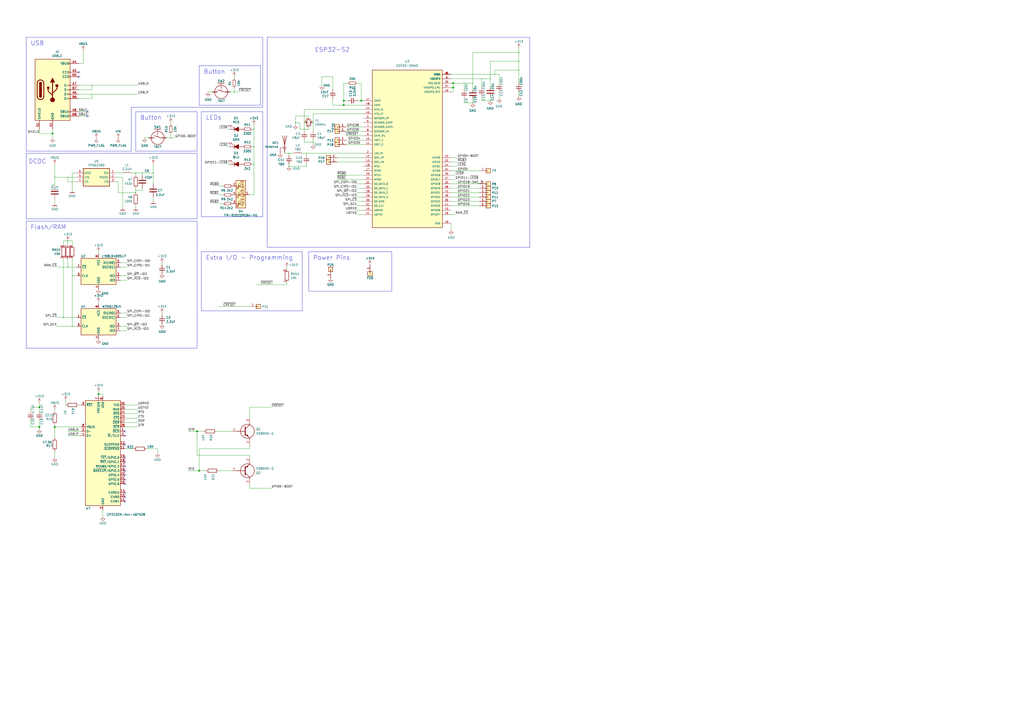
<source format=kicad_sch>
(kicad_sch (version 20231120) (generator "eeschema") (generator_version "8.0")
  (paper "A2")
  (title_block (title "Obsidian Boa") (date "2020-10-31") (rev "r0.1") (company "GsD") (comment 1 "Inspired by 1BitSquared iceBitsy design") (comment 3 "© 2020 Greg Davill <greg.davill@gmail.com>") (comment 4 "License: CC BY-SA 4.0"))
  (lib_symbols
    (symbol "Connector:USB_C_Receptacle_USB2.0"
      (property "Reference" "J" (at -10.16 19.05 0))
      (property "Value" "USB_C_Receptacle_USB2.0" (at 19.05 19.05 0))
      (symbol "USB_C_Receptacle_USB2.0_1_1"
        (pin power_in line (at 0 -22.86 90) (length 5.08) (name "GND") (number "A1"))
        (pin passive line (at 0 -22.86 90) (length 5.08) hide (name "GND") (number "A12"))
        (pin power_in line (at 15.24 15.24 180) (length 5.08) (name "VBUS") (number "A4"))
        (pin bidirectional line (at 15.24 10.16 180) (length 5.08) (name "CC1") (number "A5"))
        (pin bidirectional line (at 15.24 -2.54 180) (length 5.08) (name "D+") (number "A6"))
        (pin bidirectional line (at 15.24 2.54 180) (length 5.08) (name "D-") (number "A7"))
        (pin bidirectional line (at 15.24 -12.7 180) (length 5.08) (name "SBU1") (number "A8"))
        (pin passive line (at 15.24 15.24 180) (length 5.08) hide (name "VBUS") (number "A9"))
        (pin passive line (at 0 -22.86 90) (length 5.08) hide (name "GND") (number "B1"))
        (pin passive line (at 0 -22.86 90) (length 5.08) hide (name "GND") (number "B12"))
        (pin passive line (at 15.24 15.24 180) (length 5.08) hide (name "VBUS") (number "B4"))
        (pin bidirectional line (at 15.24 7.62 180) (length 5.08) (name "CC2") (number "B5"))
        (pin bidirectional line (at 15.24 -5.08 180) (length 5.08) (name "D+") (number "B6"))
        (pin bidirectional line (at 15.24 0 180) (length 5.08) (name "D-") (number "B7"))
        (pin bidirectional line (at 15.24 -15.24 180) (length 5.08) (name "SBU2") (number "B8"))
        (pin passive line (at 15.24 15.24 180) (length 5.08) hide (name "VBUS") (number "B9"))
        (pin passive line (at -7.62 -22.86 90) (length 5.08) (name "SHIELD") (number "S1"))
      )
    )
    (symbol "Connector_Generic:Conn_01x01" (pin_names hide)
      (property "Reference" "J" (at 0 2.54 0))
      (property "Value" "Conn_01x01" (at 0 -2.54 0))
      (symbol "Conn_01x01_1_1"
        (pin passive line (at -5.08 0 0) (length 3.81) (name "Pin_1") (number "1"))
      )
    )
    (symbol "Device:Antenna_Shield" (pin_numbers hide) (pin_names hide)
      (property "Reference" "AE" (at -1.905 4.445 0))
      (property "Value" "Antenna_Shield" (at -1.905 2.54 0))
      (symbol "Antenna_Shield_1_1"
        (pin input line (at 0 -5.08 90) (length 2.54) (name "A") (number "1"))
        (pin input line (at 2.54 -5.08 90) (length 2.54) (name "Shield") (number "2"))
      )
    )
    (symbol "Device:C" (pin_numbers hide) (pin_names (offset 0.254))
      (property "Reference" "C" (at 0.635 2.54 0))
      (property "Value" "C" (at 0.635 -2.54 0))
      (symbol "C_1_1"
        (pin passive line (at 0 3.81 270) (length 2.794) (name "~") (number "1"))
        (pin passive line (at 0 -3.81 90) (length 2.794) (name "~") (number "2"))
      )
    )
    (symbol "Device:C_1" (pin_numbers hide) (pin_names (offset 0.254))
      (property "Reference" "C" (at 0.635 2.54 0))
      (property "Value" "C" (at 0.635 -2.54 0))
      (symbol "C_1_1_1"
        (pin passive line (at 0 3.81 270) (length 2.794) (name "~") (number "1"))
        (pin passive line (at 0 -3.81 90) (length 2.794) (name "~") (number "2"))
      )
    )
    (symbol "Device:C_2" (pin_numbers hide) (pin_names (offset 0.254))
      (property "Reference" "C" (at 0.635 2.54 0))
      (property "Value" "C" (at 0.635 -2.54 0))
      (symbol "C_2_1_1"
        (pin passive line (at 0 3.81 270) (length 2.794) (name "~") (number "1"))
        (pin passive line (at 0 -3.81 90) (length 2.794) (name "~") (number "2"))
      )
    )
    (symbol "Device:Crystal_GND24_Small" (pin_names hide)
      (property "Reference" "Y" (at 1.27 4.445 0))
      (property "Value" "Crystal_GND24_Small" (at 1.27 2.54 0))
      (symbol "Crystal_GND24_Small_1_1"
        (pin passive line (at -2.54 0 0) (length 1.27) (name "1") (number "1"))
        (pin passive line (at 0 -2.54 90) (length 0.635) (name "2") (number "2"))
        (pin passive line (at 2.54 0 180) (length 1.27) (name "3") (number "3"))
        (pin passive line (at 0 2.54 270) (length 0.635) (name "4") (number "4"))
      )
    )
    (symbol "Device:LED_ALT" (pin_numbers hide) (pin_names hide)
      (property "Reference" "D" (at 0 2.54 0))
      (property "Value" "LED_ALT" (at 0 -2.54 0))
      (symbol "LED_ALT_1_1"
        (pin passive line (at -3.81 0 0) (length 2.54) (name "K") (number "1"))
        (pin passive line (at 3.81 0 180) (length 2.54) (name "A") (number "2"))
      )
    )
    (symbol "Device:LED_ARBG" (pin_names (offset 0) hide)
      (property "Reference" "D" (at 0 9.398 0))
      (property "Value" "LED_ARBG" (at 0 -8.89 0))
      (symbol "LED_ARBG_0_0"
        (text "B" (at -1.905 -6.35 0) (effects (font (size 1.27 1.27))))
        (text "G" (at -1.905 -1.27 0) (effects (font (size 1.27 1.27))))
        (text "R" (at -1.905 3.81 0) (effects (font (size 1.27 1.27))))
      )
      (symbol "LED_ARBG_1_1"
        (pin passive line (at 5.08 0 180) (length 2.54) (name "A") (number "1"))
        (pin passive line (at -5.08 5.08 0) (length 2.54) (name "RK") (number "2"))
        (pin passive line (at -5.08 -5.08 0) (length 2.54) (name "BK") (number "3"))
        (pin passive line (at -5.08 0 0) (length 2.54) (name "GK") (number "4"))
      )
    )
    (symbol "Device:L_Small" (pin_numbers hide) (pin_names (offset 0.254) hide)
      (property "Reference" "L" (at 0.762 1.016 0))
      (property "Value" "L_Small" (at 0.762 -1.016 0))
      (symbol "L_Small_1_1"
        (pin passive line (at 0 2.54 270) (length 0.508) (name "~") (number "1"))
        (pin passive line (at 0 -2.54 90) (length 0.508) (name "~") (number "2"))
      )
    )
    (symbol "Device:L_Small_1" (pin_numbers hide) (pin_names (offset 0.254) hide)
      (property "Reference" "L" (at 0.762 1.016 0))
      (property "Value" "L_Small" (at 0.762 -1.016 0))
      (symbol "L_Small_1_1_1"
        (pin passive line (at 0 2.54 270) (length 0.508) (name "~") (number "1"))
        (pin passive line (at 0 -2.54 90) (length 0.508) (name "~") (number "2"))
      )
    )
    (symbol "Device:R" (pin_numbers hide) (pin_names (offset 0))
      (property "Reference" "R" (at 2.032 0 90))
      (property "Value" "R" (at 0 0 90))
      (symbol "R_1_1"
        (pin passive line (at 0 3.81 270) (length 1.27) (name "~") (number "1"))
        (pin passive line (at 0 -3.81 90) (length 1.27) (name "~") (number "2"))
      )
    )
    (symbol "Device:R_Pack04_Split" (pin_names (offset 0) hide)
      (property "Reference" "RN" (at 2.032 0 90))
      (property "Value" "R_Pack04_Split" (at 0 0 90))
      (symbol "R_Pack04_Split_1_1"
        (pin passive line (at 0 -3.81 90) (length 1.27) (name "R1.1") (number "1"))
        (pin passive line (at 0 3.81 270) (length 1.27) (name "R1.2") (number "8"))
      )
      (symbol "R_Pack04_Split_2_1"
        (pin passive line (at 0 -3.81 90) (length 1.27) (name "R2.1") (number "2"))
        (pin passive line (at 0 3.81 270) (length 1.27) (name "R2.2") (number "7"))
      )
      (symbol "R_Pack04_Split_3_1"
        (pin passive line (at 0 -3.81 90) (length 1.27) (name "R3.1") (number "3"))
        (pin passive line (at 0 3.81 270) (length 1.27) (name "R3.2") (number "6"))
      )
      (symbol "R_Pack04_Split_4_1"
        (pin passive line (at 0 -3.81 90) (length 1.27) (name "R4.1") (number "4"))
        (pin passive line (at 0 3.81 270) (length 1.27) (name "R4.2") (number "5"))
      )
    )
    (symbol "ESP32-D0WD:ESP32-D0WD" (pin_names (offset 1.016))
      (property "Reference" "U" (at -20.3223 45.7253 0))
      (property "Value" "ESP32-D0WD" (at -20.3476 -48.3256 0))
      (symbol "ESP32-D0WD_0_0"
        (pin power_in line (at 25.4 43.18 180) (length 5.08) (name "VDDA") (number "1"))
        (pin input line (at -25.4 5.08 0) (length 5.08) (name "VDET_1") (number "10"))
        (pin input line (at -25.4 2.54 0) (length 5.08) (name "VDET_2") (number "11"))
        (pin bidirectional line (at -25.4 -5.08 0) (length 5.08) (name "32K_XP") (number "12"))
        (pin bidirectional line (at -25.4 -7.62 0) (length 5.08) (name "32K_XN") (number "13"))
        (pin bidirectional line (at 25.4 -33.02 180) (length 5.08) (name "GPIO25") (number "14"))
        (pin bidirectional line (at 25.4 -35.56 180) (length 5.08) (name "GPIO26") (number "15"))
        (pin bidirectional line (at 25.4 -38.1 180) (length 5.08) (name "GPIO27") (number "16"))
        (pin bidirectional line (at -25.4 -12.7 0) (length 5.08) (name "MTMS") (number "17"))
        (pin bidirectional line (at -25.4 -10.16 0) (length 5.08) (name "MTDI") (number "18"))
        (pin power_in line (at 25.4 33.02 180) (length 5.08) (name "VDD3P3_RTC") (number "19"))
        (pin bidirectional line (at -25.4 -2.54 0) (length 5.08) (name "LNA_IN") (number "2"))
        (pin bidirectional line (at -25.4 -15.24 0) (length 5.08) (name "MTCK") (number "20"))
        (pin bidirectional line (at -25.4 -17.78 0) (length 5.08) (name "MTDO") (number "21"))
        (pin bidirectional line (at 25.4 -7.62 180) (length 5.08) (name "GPIO2") (number "22"))
        (pin bidirectional line (at 25.4 -5.08 180) (length 5.08) (name "GPIO0") (number "23"))
        (pin bidirectional line (at 25.4 -10.16 180) (length 5.08) (name "GPIO4") (number "24"))
        (pin bidirectional line (at 25.4 -15.24 180) (length 5.08) (name "GPIO16") (number "25"))
        (pin power_in line (at 25.4 38.1 180) (length 5.08) (name "VDD_SDIO") (number "26"))
        (pin bidirectional line (at 25.4 -17.78 180) (length 5.08) (name "GPIO17") (number "27"))
        (pin bidirectional line (at -25.4 -25.4 0) (length 5.08) (name "SD_DATA_2") (number "28"))
        (pin bidirectional line (at -25.4 -27.94 0) (length 5.08) (name "SD_DATA_3") (number "29"))
        (pin power_in line (at 25.4 40.64 180) (length 5.08) (name "VDD3P3") (number "3"))
        (pin bidirectional line (at -25.4 -30.48 0) (length 5.08) (name "SD_CMD") (number "30"))
        (pin bidirectional line (at -25.4 -33.02 0) (length 5.08) (name "SD_CLK") (number "31"))
        (pin bidirectional line (at -25.4 -20.32 0) (length 5.08) (name "SD_DATA_0") (number "32"))
        (pin bidirectional line (at -25.4 -22.86 0) (length 5.08) (name "SD_DATA_1") (number "33"))
        (pin bidirectional line (at 25.4 -12.7 180) (length 5.08) (name "GPIO5") (number "34"))
        (pin bidirectional line (at 25.4 -20.32 180) (length 5.08) (name "GPIO18") (number "35"))
        (pin bidirectional line (at 25.4 -30.48 180) (length 5.08) (name "GPIO23") (number "36"))
        (pin power_in line (at 25.4 35.56 180) (length 5.08) (name "VDD3P3_CPU") (number "37"))
        (pin bidirectional line (at 25.4 -22.86 180) (length 5.08) (name "GPIO19") (number "38"))
        (pin bidirectional line (at 25.4 -27.94 180) (length 5.08) (name "GPIO22") (number "39"))
        (pin power_in line (at 25.4 40.64 180) (length 5.08) (name "VDD3P3") (number "4"))
        (pin bidirectional line (at -25.4 -35.56 0) (length 5.08) (name "U0RXD") (number "40"))
        (pin bidirectional line (at -25.4 -38.1 0) (length 5.08) (name "U0TXD") (number "41"))
        (pin bidirectional line (at 25.4 -25.4 180) (length 5.08) (name "GPIO21") (number "42"))
        (pin power_in line (at 25.4 43.18 180) (length 5.08) (name "VDDA") (number "43"))
        (pin output line (at -25.4 22.86 0) (length 5.08) (name "XTAL_N") (number "44"))
        (pin input line (at -25.4 20.32 0) (length 5.08) (name "XTAL_P") (number "45"))
        (pin power_in line (at 25.4 43.18 180) (length 5.08) (name "VDDA") (number "46"))
        (pin input line (at -25.4 27.94 0) (length 5.08) (name "CAP2") (number "47"))
        (pin input line (at -25.4 25.4 0) (length 5.08) (name "CAP1") (number "48"))
        (pin power_in line (at 25.4 -43.18 180) (length 5.08) (name "GND") (number "49"))
        (pin input line (at -25.4 17.78 0) (length 5.08) (name "SENSOR_VP") (number "5"))
        (pin input line (at -25.4 15.24 0) (length 5.08) (name "SENSOR_CAPP") (number "6"))
        (pin input line (at -25.4 12.7 0) (length 5.08) (name "SENSOR_CAPN") (number "7"))
        (pin input line (at -25.4 10.16 0) (length 5.08) (name "SENSOR_VN") (number "8"))
        (pin input line (at -25.4 7.62 0) (length 5.08) (name "CHIP_PU") (number "9"))
      )
    )
    (symbol "Interface_USB:CP2102N-Axx-xQFN28"
      (property "Reference" "U" (at -8.89 31.75 0))
      (property "Value" "CP2102N-Axx-xQFN28" (at 12.7 31.75 0))
      (symbol "CP2102N-Axx-xQFN28_1_1"
        (pin input line (at 12.7 12.7 180) (length 2.54) (name "~{DCD}") (number "1"))
        (pin no_connect line (at -10.16 -27.94 0) (length 2.54) hide (name "NC") (number "10"))
        (pin output line (at 12.7 2.54 180) (length 2.54) (name "~{SUSPEND}") (number "11"))
        (pin output line (at 12.7 5.08 180) (length 2.54) (name "SUSPEND") (number "12"))
        (pin output line (at 12.7 -22.86 180) (length 2.54) (name "CHREN") (number "13"))
        (pin output line (at 12.7 -27.94 180) (length 2.54) (name "CHR1") (number "14"))
        (pin output line (at 12.7 -25.4 180) (length 2.54) (name "CHR0") (number "15"))
        (pin bidirectional line (at 12.7 -10.16 180) (length 2.54) (name "~{WAKEUP}/GPIO.3") (number "16"))
        (pin bidirectional line (at 12.7 -7.62 180) (length 2.54) (name "RS485/GPIO.2") (number "17"))
        (pin bidirectional line (at 12.7 -5.08 180) (length 2.54) (name "~{RXT}/GPIO.1") (number "18"))
        (pin bidirectional line (at 12.7 -2.54 180) (length 2.54) (name "~{TXT}/GPIO.0") (number "19"))
        (pin bidirectional line (at 12.7 10.16 180) (length 2.54) (name "~{RI}/CLK") (number "2"))
        (pin bidirectional line (at 12.7 -17.78 180) (length 2.54) (name "GPIO.6") (number "20"))
        (pin bidirectional line (at 12.7 -15.24 180) (length 2.54) (name "GPIO.5") (number "21"))
        (pin bidirectional line (at 12.7 -12.7 180) (length 2.54) (name "GPIO.4") (number "22"))
        (pin input line (at 12.7 20.32 180) (length 2.54) (name "~{CTS}") (number "23"))
        (pin output line (at 12.7 22.86 180) (length 2.54) (name "~{RTS}") (number "24"))
        (pin input line (at 12.7 25.4 180) (length 2.54) (name "RXD") (number "25"))
        (pin output line (at 12.7 27.94 180) (length 2.54) (name "TXD") (number "26"))
        (pin input line (at 12.7 17.78 180) (length 2.54) (name "~{DSR}") (number "27"))
        (pin output line (at 12.7 15.24 180) (length 2.54) (name "~{DTR}") (number "28"))
        (pin passive line (at 0 -33.02 90) (length 2.54) hide (name "GND") (number "29"))
        (pin power_in line (at 0 -33.02 90) (length 2.54) (name "GND") (number "3"))
        (pin bidirectional line (at -12.7 10.16 0) (length 2.54) (name "D+") (number "4"))
        (pin bidirectional line (at -12.7 12.7 0) (length 2.54) (name "D-") (number "5"))
        (pin power_in line (at 0 33.02 270) (length 2.54) (name "VDD") (number "6"))
        (pin power_in line (at -2.54 33.02 270) (length 2.54) (name "VREGIN") (number "7"))
        (pin input line (at -12.7 15.24 0) (length 2.54) (name "VBUS") (number "8"))
        (pin input line (at -12.7 27.94 0) (length 2.54) (name "~{RST}") (number "9"))
      )
    )
    (symbol "Memory_Flash:W25Q32JVSS"
      (property "Reference" "U" (at -8.89 8.89 0))
      (property "Value" "W25Q32JVSS" (at 7.62 8.89 0))
      (symbol "W25Q32JVSS_1_1"
        (pin input line (at -12.7 2.54 0) (length 2.54) (name "~{CS}") (number "1"))
        (pin bidirectional line (at 12.7 2.54 180) (length 2.54) (name "DO(IO1)") (number "2"))
        (pin bidirectional line (at 12.7 -2.54 180) (length 2.54) (name "IO2") (number "3"))
        (pin power_in line (at 0 -10.16 90) (length 2.54) (name "GND") (number "4"))
        (pin bidirectional line (at 12.7 5.08 180) (length 2.54) (name "DI(IO0)") (number "5"))
        (pin input line (at -12.7 -2.54 0) (length 2.54) (name "CLK") (number "6"))
        (pin bidirectional line (at 12.7 -5.08 180) (length 2.54) (name "IO3") (number "7"))
        (pin power_in line (at 0 10.16 270) (length 2.54) (name "VCC") (number "8"))
      )
    )
    (symbol "SS8050-G:SS8050-G" (pin_names hide)
      (property "Reference" "Q" (at 13.97 1.27 0))
      (property "Value" "SS8050-G" (at 13.97 -1.27 0))
      (symbol "SS8050-G_1_1"
        (pin passive line (at 0 0 0) (length 2.54) (name "B") (number "1"))
        (pin passive line (at 10.16 -7.62 90) (length 2.54) (name "E") (number "2"))
        (pin passive line (at 10.16 7.62 270) (length 2.54) (name "C") (number "3"))
      )
    )
    (symbol "gkl_pmic:TPS62290"
      (property "Reference" "U" (at 0 7.62 0))
      (property "Value" "TPS62290" (at 0 5.08 0))
      (symbol "TPS62290_1_1"
        (pin input line (at -11.43 0 0) (length 3.81) (name "SW") (number "1"))
        (pin input line (at -11.43 -2.54 0) (length 3.81) (name "MODE") (number "2"))
        (pin input line (at -11.43 -5.08 0) (length 3.81) (name "FB") (number "3"))
        (pin input line (at 11.43 -5.08 180) (length 3.81) (name "EN") (number "4"))
        (pin input line (at 11.43 -2.54 180) (length 3.81) (name "VIN") (number "5"))
        (pin input line (at 11.43 0 180) (length 3.81) (name "GND") (number "6"))
        (pin input line (at 11.43 0 180) (length 3.81) hide (name "GND") (number "7"))
      )
    )
    (symbol "gkl_power:GND" (power) (pin_names (offset 0))
      (property "Value" "GND" (at 0 -2.54 0))
      (symbol "GND_1_1"
        (pin power_in line (at 0 0 270) (length 0) hide (name "GND") (number "1"))
      )
    )
    (symbol "icebreaker-bitsy-rescue:TACT-pkl_misc" (pin_numbers hide) (pin_names hide)
      (property "Reference" "SW1" (at 0 6.35 0))
      (property "Value" "TACT" (at 0 -5.08 0))
      (symbol "TACT-pkl_misc_1_1"
        (pin passive line (at -5.08 0 0) (length 2.54) (name "~") (number "1"))
        (pin passive line (at -5.08 0 0) (length 2.54) (name "~") (number "2"))
        (pin passive line (at 5.08 0 180) (length 2.54) (name "~") (number "3"))
        (pin passive line (at 5.08 0 180) (length 2.54) (name "~") (number "4"))
      )
    )
    (symbol "icebreaker-bitsy-rescue:VIN-pkl_power" (power) (pin_names (offset 0))
      (property "Value" "VIN-pkl_power" (at 0 3.556 0))
      (symbol "VIN-pkl_power_1_1"
        (pin power_in line (at 0 0 90) (length 0) hide (name "VIN") (number "1"))
      )
    )
    (symbol "icebreaker-bitsy-rescue:pkl_C-pkl_device" (pin_numbers hide) (pin_names (offset 0.254))
      (property "Reference" "C" (at 0.635 2.54 0))
      (property "Value" "pkl_C-pkl_device" (at 0.635 -2.54 0))
      (symbol "pkl_C-pkl_device_1_1"
        (pin passive line (at 0 2.54 270) (length 1.524) (name "~") (number "1"))
        (pin passive line (at 0 -2.54 90) (length 1.524) (name "~") (number "2"))
      )
    )
    (symbol "icebreaker-bitsy-rescue:pkl_C_Small-pkl_device" (pin_numbers hide) (pin_names (offset 0.254) hide)
      (property "Reference" "C" (at 0.254 1.778 0))
      (property "Value" "pkl_C_Small-pkl_device" (at 0.254 -2.032 0))
      (symbol "pkl_C_Small-pkl_device_1_1"
        (pin passive line (at 0 2.54 270) (length 1.905) (name "~") (number "1"))
        (pin passive line (at 0 -2.54 90) (length 2.032) (name "~") (number "2"))
      )
    )
    (symbol "icebreaker-bitsy-rescue:pkl_R_Small-pkl_device" (pin_numbers hide) (pin_names (offset 0.254) hide)
      (property "Reference" "R" (at 0.762 0.508 0))
      (property "Value" "pkl_R_Small-pkl_device" (at 0.762 -1.016 0))
      (symbol "pkl_R_Small-pkl_device_1_1"
        (pin passive line (at 0 2.54 270) (length 0.762) (name "~") (number "1"))
        (pin passive line (at 0 -2.54 90) (length 0.762) (name "~") (number "2"))
      )
    )
    (symbol "power:+3V3" (power) (pin_names (offset 0))
      (property "Value" "+3V3" (at 0 3.556 0))
      (symbol "+3V3_1_1"
        (pin power_in line (at 0 0 90) (length 0) hide (name "+3V3") (number "1"))
      )
    )
    (symbol "power:GND" (power) (pin_names (offset 0))
      (property "Value" "GND" (at 0 -3.81 0))
      (symbol "GND_1_1"
        (pin power_in line (at 0 0 270) (length 0) hide (name "GND") (number "1"))
      )
    )
    (symbol "power:PWR_FLAG" (power) (pin_numbers hide) (pin_names (offset 0) hide)
      (property "Value" "PWR_FLAG" (at 0 3.81 0))
      (symbol "PWR_FLAG_0_0"
        (pin power_out line (at 0 0 90) (length 0) (name "pwr") (number "1"))
      )
    )
    (symbol "power:VBUS" (power) (pin_names (offset 0))
      (property "Value" "VBUS" (at 0 3.81 0))
      (symbol "VBUS_1_1"
        (pin power_in line (at 0 0 90) (length 0) hide (name "VBUS") (number "1"))
      )
    )
  )
  (junction (at 279.4 45.72) (diameter 0.3048))
  (junction (at 82.55 100.33) (diameter 0.3048))
  (junction (at 300.99 40.64) (diameter 0.3048))
  (junction (at 22.86 247.65))
  (junction (at 147.32 74.93) (diameter 0.3048))
  (junction (at 177.8 88.9) (diameter 0.3048))
  (junction (at 262.89 50.8))
  (junction (at 41.91 189.23) (diameter 0.3048))
  (junction (at 53.34 54.61) (diameter 0.3048))
  (junction (at 147.32 95.25) (diameter 0.3048))
  (junction (at 262.89 48.26))
  (junction (at 147.32 85.09) (diameter 0.3048))
  (junction (at 135.89 53.34) (diameter 0.3048))
  (junction (at 99.06 80.01) (diameter 0.3048))
  (junction (at 39.37 102.87) (diameter 0.3048))
  (junction (at 300.99 35.56) (diameter 0.3048))
  (junction (at 30.48 77.47))
  (junction (at 115.57 273.05))
  (junction (at 36.83 184.15) (diameter 0.3048))
  (junction (at 171.45 71.12) (diameter 0.3048))
  (junction (at 300.99 30.48) (diameter 0.3048))
  (junction (at 167.64 96.52) (diameter 0.3048))
  (junction (at 209.55 58.42))
  (junction (at 114.3 250.19))
  (junction (at 284.48 58.42) (diameter 0.3048))
  (junction (at 78.74 110.49) (diameter 0.3048))
  (junction (at 22.86 236.22))
  (junction (at 274.32 48.26) (diameter 0.3048))
  (junction (at 181.61 71.12) (diameter 0.3048))
  (junction (at 39.37 154.94) (diameter 0.3048))
  (junction (at 78.74 100.33) (diameter 0.3048))
  (junction (at 88.9 100.33) (diameter 0.3048))
  (junction (at 31.75 247.65))
  (junction (at 181.61 82.55) (diameter 0.3048))
  (junction (at 269.24 48.26) (diameter 0.3048))
  (junction (at 274.32 59.69) (diameter 0.3048))
  (junction (at 39.37 139.7) (diameter 0.3048))
  (junction (at 31.75 102.87) (diameter 0.3048))
  (junction (at 287.02 43.18) (diameter 0.3048))
  (junction (at 167.64 88.9) (diameter 0.3048))
  (junction (at 57.15 228.6))
  (junction (at 41.91 160.02) (diameter 0.3048))
  (junction (at 53.34 49.53) (diameter 0.3048))
  (junction (at 199.39 60.96))
  (junction (at 78.74 111.76) (diameter 0.3048))
  (junction (at 284.48 45.72) (diameter 0.3048))
  (junction (at 176.53 71.12) (diameter 0.3048))
  (junction (at 199.39 58.42))
  (no_connect (at 45.72 44.45))
  (no_connect (at 72.39 288.29))
  (no_connect (at 72.39 265.43))
  (no_connect (at 72.39 275.59))
  (no_connect (at 72.39 280.67))
  (no_connect (at 72.39 267.97))
  (no_connect (at 45.72 41.91))
  (no_connect (at 72.39 270.51))
  (no_connect (at 72.39 252.73))
  (no_connect (at 72.39 257.81))
  (no_connect (at 72.39 290.83))
  (no_connect (at 72.39 273.05))
  (no_connect (at 72.39 250.19))
  (no_connect (at 72.39 278.13))
  (no_connect (at 50.8 67.31))
  (no_connect (at 50.8 64.77))
  (no_connect (at 72.39 285.75))
  (wire (pts (xy 82.55 109.22) (xy 82.55 110.49)))
  (wire (pts (xy 279.4 55.88) (xy 279.4 58.42)))
  (wire (pts (xy 148.59 165.1) (xy 166.37 165.1)))
  (wire (pts (xy 68.58 105.41) (xy 67.31 105.41)))
  (wire (pts (xy 80.01 234.95) (xy 72.39 234.95)))
  (wire (pts (xy 39.37 105.41) (xy 39.37 102.87)))
  (wire (pts (xy 123.19 53.34) (xy 120.65 53.34)))
  (polyline (pts (xy 114.3 88.9) (xy 15.24 88.9)) (stroke (width 0) (type solid)))
  (wire (pts (xy 41.91 100.33) (xy 41.91 110.49)))
  (polyline (pts (xy 151.13 60.96) (xy 151.13 38.1)) (stroke (width 0) (type solid)))
  (polyline (pts (xy 152.4 64.77) (xy 116.84 64.77)) (stroke (width 0) (type solid)))
  (wire (pts (xy 210.82 66.04) (xy 181.61 66.04)))
  (wire (pts (xy 39.37 154.94) (xy 44.45 154.94)))
  (wire (pts (xy 39.37 139.7) (xy 39.37 142.24)))
  (wire (pts (xy 17.78 236.22) (xy 22.86 236.22)))
  (wire (pts (xy 135.89 44.45) (xy 135.89 45.72)))
  (wire (pts (xy 114.3 264.16) (xy 114.3 250.19)))
  (wire (pts (xy 146.05 95.25) (xy 147.32 95.25)))
  (wire (pts (xy 274.32 59.69) (xy 269.24 59.69)))
  (wire (pts (xy 261.62 133.35) (xy 261.62 129.54)))
  (wire (pts (xy 261.62 106.68) (xy 278.13 106.68)))
  (wire (pts (xy 284.48 45.72) (xy 279.4 45.72)))
  (polyline (pts (xy 114.3 127) (xy 15.24 127)) (stroke (width 0) (type solid)))
  (wire (pts (xy 261.62 114.3) (xy 278.13 114.3)))
  (wire (pts (xy 80.01 240.03) (xy 72.39 240.03)))
  (wire (pts (xy 17.78 238.76) (xy 17.78 236.22)))
  (polyline (pts (xy 116.84 64.77) (xy 116.84 125.73)) (stroke (width 0) (type solid)))
  (wire (pts (xy 210.82 60.96) (xy 199.39 60.96)))
  (wire (pts (xy 53.34 54.61) (xy 80.01 54.61)))
  (polyline (pts (xy 175.26 180.34) (xy 116.84 180.34)) (stroke (width 0) (type solid)))
  (wire (pts (xy 289.56 43.18) (xy 289.56 48.26)))
  (wire (pts (xy 300.99 27.94) (xy 300.99 30.48)))
  (wire (pts (xy 207.01 111.76) (xy 210.82 111.76)))
  (wire (pts (xy 167.64 95.25) (xy 167.64 96.52)))
  (wire (pts (xy 31.75 246.38) (xy 31.75 247.65)))
  (wire (pts (xy 287.02 40.64) (xy 300.99 40.64)))
  (wire (pts (xy 99.06 71.12) (xy 99.06 72.39)))
  (polyline (pts (xy 175.26 180.34) (xy 175.26 146.05)) (stroke (width 0) (type solid)))
  (polyline (pts (xy 154.94 143.51) (xy 154.94 21.59)) (stroke (width 0) (type solid)))
  (wire (pts (xy 181.61 82.55) (xy 181.61 81.28)))
  (wire (pts (xy 88.9 100.33) (xy 88.9 106.68)))
  (wire (pts (xy 78.74 100.33) (xy 82.55 100.33)))
  (wire (pts (xy 57.15 146.05) (xy 57.15 147.32)))
  (wire (pts (xy 99.06 80.01) (xy 99.06 77.47)))
  (wire (pts (xy 22.86 233.68) (xy 22.86 236.22)))
  (polyline (pts (xy 152.4 64.77) (xy 152.4 125.73)) (stroke (width 0) (type solid)))
  (wire (pts (xy 41.91 189.23) (xy 44.45 189.23)))
  (wire (pts (xy 69.85 154.94) (xy 73.66 154.94)))
  (wire (pts (xy 284.48 55.88) (xy 284.48 58.42)))
  (wire (pts (xy 261.62 116.84) (xy 278.13 116.84)))
  (wire (pts (xy 135.89 53.34) (xy 138.43 53.34)))
  (wire (pts (xy 179.07 73.66) (xy 179.07 74.93)))
  (wire (pts (xy 170.18 88.9) (xy 167.64 88.9)))
  (wire (pts (xy 82.55 100.33) (xy 82.55 101.6)))
  (wire (pts (xy 114.3 250.19) (xy 118.11 250.19)))
  (wire (pts (xy 93.98 152.4) (xy 93.98 153.67)))
  (wire (pts (xy 127 107.95) (xy 129.54 107.95)))
  (wire (pts (xy 278.13 111.76) (xy 261.62 111.76)))
  (wire (pts (xy 274.32 30.48) (xy 300.99 30.48)))
  (polyline (pts (xy 15.24 201.93) (xy 15.24 128.27)) (stroke (width 0) (type solid)))
  (wire (pts (xy 199.39 60.96) (xy 193.04 60.96)))
  (wire (pts (xy 45.72 36.83) (xy 48.26 36.83)))
  (wire (pts (xy 72.39 260.35) (xy 77.47 260.35)))
  (wire (pts (xy 179.07 67.31) (xy 179.07 68.58)))
  (wire (pts (xy 144.78 257.81) (xy 144.78 260.35)))
  (wire (pts (xy 38.1 234.95) (xy 38.1 232.41)))
  (polyline (pts (xy 151.13 60.96) (xy 115.57 60.96)) (stroke (width 0) (type solid)))
  (polyline (pts (xy 114.3 87.63) (xy 114.3 64.77)) (stroke (width 0) (type solid)))
  (wire (pts (xy 209.55 48.26) (xy 209.55 58.42)))
  (wire (pts (xy 39.37 252.73) (xy 46.99 252.73)))
  (wire (pts (xy 88.9 114.3) (xy 88.9 116.84)))
  (wire (pts (xy 44.45 105.41) (xy 39.37 105.41)))
  (wire (pts (xy 78.74 110.49) (xy 82.55 110.49)))
  (wire (pts (xy 181.61 76.2) (xy 181.61 71.12)))
  (wire (pts (xy 207.01 109.22) (xy 210.82 109.22)))
  (wire (pts (xy 144.78 236.22) (xy 144.78 242.57)))
  (wire (pts (xy 264.16 104.14) (xy 261.62 104.14)))
  (wire (pts (xy 133.35 85.09) (xy 132.08 85.09)))
  (wire (pts (xy 109.22 250.19) (xy 114.3 250.19)))
  (wire (pts (xy 200.66 83.82) (xy 210.82 83.82)))
  (wire (pts (xy 195.58 93.98) (xy 210.82 93.98)))
  (wire (pts (xy 33.02 189.23) (xy 41.91 189.23)))
  (wire (pts (xy 207.01 116.84) (xy 210.82 116.84)))
  (polyline (pts (xy 76.2 62.23) (xy 76.2 87.63)) (stroke (width 0) (type solid)))
  (wire (pts (xy 48.26 36.83) (xy 48.26 29.21)))
  (polyline (pts (xy 15.24 128.27) (xy 114.3 128.27)) (stroke (width 0) (type solid)))
  (polyline (pts (xy 15.24 21.59) (xy 152.4 21.59)) (stroke (width 0) (type solid)))
  (polyline (pts (xy 227.33 146.05) (xy 227.33 168.91)) (stroke (width 0) (type solid)))
  (wire (pts (xy 176.53 82.55) (xy 181.61 82.55)))
  (polyline (pts (xy 114.3 64.77) (xy 78.74 64.77)) (stroke (width 0) (type solid)))
  (wire (pts (xy 33.02 154.94) (xy 39.37 154.94)))
  (wire (pts (xy 127 177.8) (xy 144.78 177.8)))
  (wire (pts (xy 45.72 67.31) (xy 50.8 67.31)))
  (wire (pts (xy 99.06 80.01) (xy 101.6 80.01)))
  (wire (pts (xy 173.99 74.93) (xy 173.99 71.12)))
  (wire (pts (xy 69.85 184.15) (xy 73.66 184.15)))
  (wire (pts (xy 261.62 91.44) (xy 265.43 91.44)))
  (wire (pts (xy 147.32 113.03) (xy 147.32 95.25)))
  (wire (pts (xy 269.24 57.15) (xy 269.24 59.69)))
  (wire (pts (xy 157.48 236.22) (xy 144.78 236.22)))
  (wire (pts (xy 207.01 121.92) (xy 210.82 121.92)))
  (wire (pts (xy 93.98 181.61) (xy 93.98 182.88)))
  (wire (pts (xy 45.72 49.53) (xy 53.34 49.53)))
  (wire (pts (xy 176.53 76.2) (xy 176.53 71.12)))
  (wire (pts (xy 261.62 99.06) (xy 278.13 99.06)))
  (wire (pts (xy 177.8 96.52) (xy 167.64 96.52)))
  (wire (pts (xy 78.74 109.22) (xy 78.74 110.49)))
  (wire (pts (xy 144.78 265.43) (xy 144.78 264.16)))
  (wire (pts (xy 207.01 48.26) (xy 209.55 48.26)))
  (polyline (pts (xy 114.3 87.63) (xy 78.74 87.63)) (stroke (width 0) (type solid)))
  (wire (pts (xy 144.78 283.21) (xy 144.78 280.67)))
  (wire (pts (xy 132.08 95.25) (xy 133.35 95.25)))
  (wire (pts (xy 39.37 250.19) (xy 46.99 250.19)))
  (polyline (pts (xy 116.84 180.34) (xy 116.84 146.05)) (stroke (width 0) (type solid)))
  (wire (pts (xy 57.15 228.6) (xy 59.69 228.6)))
  (wire (pts (xy 36.83 184.15) (xy 44.45 184.15)))
  (wire (pts (xy 261.62 119.38) (xy 278.13 119.38)))
  (wire (pts (xy 31.75 102.87) (xy 39.37 102.87)))
  (polyline (pts (xy 227.33 168.91) (xy 179.07 168.91)) (stroke (width 0) (type solid)))
  (wire (pts (xy 80.01 247.65) (xy 72.39 247.65)))
  (wire (pts (xy 45.72 234.95) (xy 46.99 234.95)))
  (wire (pts (xy 269.24 48.26) (xy 269.24 52.07)))
  (wire (pts (xy 127 113.03) (xy 129.54 113.03)))
  (wire (pts (xy 210.82 63.5) (xy 176.53 63.5)))
  (polyline (pts (xy 15.24 88.9) (xy 15.24 127)) (stroke (width 0) (type solid)))
  (wire (pts (xy 300.99 40.64) (xy 300.99 48.26)))
  (wire (pts (xy 78.74 100.33) (xy 78.74 101.6)))
  (wire (pts (xy 57.15 228.6) (xy 57.15 229.87)))
  (wire (pts (xy 80.01 245.11) (xy 72.39 245.11)))
  (wire (pts (xy 274.32 48.26) (xy 269.24 48.26)))
  (wire (pts (xy 17.78 243.84) (xy 17.78 247.65)))
  (wire (pts (xy 287.02 40.64) (xy 287.02 43.18)))
  (wire (pts (xy 41.91 100.33) (xy 44.45 100.33)))
  (polyline (pts (xy 114.3 88.9) (xy 114.3 127)) (stroke (width 0) (type solid)))
  (polyline (pts (xy 114.3 201.93) (xy 15.24 201.93)) (stroke (width 0) (type solid)))
  (wire (pts (xy 284.48 58.42) (xy 279.4 58.42)))
  (wire (pts (xy 265.43 93.98) (xy 261.62 93.98)))
  (wire (pts (xy 173.99 71.12) (xy 171.45 71.12)))
  (wire (pts (xy 264.16 101.6) (xy 261.62 101.6)))
  (wire (pts (xy 57.15 175.26) (xy 57.15 176.53)))
  (wire (pts (xy 31.75 107.95) (xy 31.75 102.87)))
  (wire (pts (xy 71.12 102.87) (xy 71.12 120.65)))
  (wire (pts (xy 41.91 160.02) (xy 41.91 189.23)))
  (wire (pts (xy 177.8 88.9) (xy 210.82 88.9)))
  (wire (pts (xy 133.35 74.93) (xy 132.08 74.93)))
  (wire (pts (xy 69.85 160.02) (xy 73.66 160.02)))
  (wire (pts (xy 265.43 96.52) (xy 261.62 96.52)))
  (wire (pts (xy 176.53 81.28) (xy 176.53 82.55)))
  (wire (pts (xy 127 118.11) (xy 129.54 118.11)))
  (wire (pts (xy 177.8 88.9) (xy 175.26 88.9)))
  (wire (pts (xy 261.62 48.26) (xy 262.89 48.26)))
  (wire (pts (xy 201.93 48.26) (xy 199.39 48.26)))
  (wire (pts (xy 125.73 250.19) (xy 134.62 250.19)))
  (wire (pts (xy 195.58 104.14) (xy 210.82 104.14)))
  (wire (pts (xy 147.32 95.25) (xy 147.32 85.09)))
  (wire (pts (xy 135.89 53.34) (xy 135.89 50.8)))
  (wire (pts (xy 209.55 58.42) (xy 210.82 58.42)))
  (polyline (pts (xy 152.4 21.59) (xy 152.4 62.23)) (stroke (width 0) (type solid)))
  (wire (pts (xy 261.62 50.8) (xy 262.89 50.8)))
  (wire (pts (xy 69.85 191.77) (xy 73.66 191.77)))
  (wire (pts (xy 300.99 35.56) (xy 300.99 40.64)))
  (wire (pts (xy 22.86 236.22) (xy 22.86 238.76)))
  (wire (pts (xy 78.74 110.49) (xy 78.74 111.76)))
  (wire (pts (xy 171.45 67.31) (xy 179.07 67.31)))
  (wire (pts (xy 207.01 119.38) (xy 210.82 119.38)))
  (wire (pts (xy 284.48 50.8) (xy 284.48 45.72)))
  (wire (pts (xy 69.85 162.56) (xy 73.66 162.56)))
  (wire (pts (xy 200.66 73.66) (xy 210.82 73.66)))
  (wire (pts (xy 147.32 74.93) (xy 147.32 72.39)))
  (wire (pts (xy 261.62 45.72) (xy 279.4 45.72)))
  (wire (pts (xy 85.09 260.35) (xy 91.44 260.35)))
  (wire (pts (xy 261.62 109.22) (xy 278.13 109.22)))
  (wire (pts (xy 289.56 53.34) (xy 289.56 57.15)))
  (wire (pts (xy 31.75 247.65) (xy 31.75 254)))
  (wire (pts (xy 199.39 48.26) (xy 199.39 58.42)))
  (wire (pts (xy 80.01 242.57) (xy 72.39 242.57)))
  (wire (pts (xy 67.31 100.33) (xy 71.12 100.33)))
  (wire (pts (xy 22.86 77.47) (xy 30.48 77.47)))
  (wire (pts (xy 195.58 101.6) (xy 210.82 101.6)))
  (polyline (pts (xy 76.2 87.63) (xy 15.24 87.63)) (stroke (width 0) (type solid)))
  (wire (pts (xy 82.55 100.33) (xy 88.9 100.33)))
  (wire (pts (xy 31.75 115.57) (xy 31.75 118.11)))
  (wire (pts (xy 207.01 114.3) (xy 210.82 114.3)))
  (wire (pts (xy 31.75 237.49) (xy 31.75 238.76)))
  (polyline (pts (xy 152.4 62.23) (xy 76.2 62.23)) (stroke (width 0) (type solid)))
  (wire (pts (xy 167.64 88.9) (xy 165.1 88.9)))
  (wire (pts (xy 181.61 66.04) (xy 181.61 71.12)))
  (wire (pts (xy 177.8 95.25) (xy 177.8 96.52)))
  (wire (pts (xy 207.01 58.42) (xy 209.55 58.42)))
  (wire (pts (xy 279.4 45.72) (xy 279.4 50.8)))
  (wire (pts (xy 96.52 80.01) (xy 99.06 80.01)))
  (wire (pts (xy 22.86 74.93) (xy 22.86 77.47)))
  (wire (pts (xy 186.69 44.45) (xy 193.04 44.45)))
  (wire (pts (xy 115.57 260.35) (xy 115.57 273.05)))
  (wire (pts (xy 176.53 63.5) (xy 176.53 71.12)))
  (wire (pts (xy 36.83 139.7) (xy 36.83 142.24)))
  (wire (pts (xy 200.66 81.28) (xy 210.82 81.28)))
  (polyline (pts (xy 307.34 21.59) (xy 307.34 143.51)) (stroke (width 0) (type solid)))
  (wire (pts (xy 22.86 243.84) (xy 22.86 247.65)))
  (wire (pts (xy 201.93 58.42) (xy 199.39 58.42)))
  (wire (pts (xy 53.34 49.53) (xy 80.01 49.53)))
  (wire (pts (xy 78.74 119.38) (xy 78.74 120.65)))
  (wire (pts (xy 68.58 111.76) (xy 68.58 105.41)))
  (wire (pts (xy 262.89 48.26) (xy 269.24 48.26)))
  (polyline (pts (xy 154.94 21.59) (xy 307.34 21.59)) (stroke (width 0) (type solid)))
  (polyline (pts (xy 152.4 125.73) (xy 116.84 125.73)) (stroke (width 0) (type solid)))
  (wire (pts (xy 33.02 184.15) (xy 36.83 184.15)))
  (polyline (pts (xy 151.13 38.1) (xy 115.57 38.1)) (stroke (width 0) (type solid)))
  (wire (pts (xy 80.01 237.49) (xy 72.39 237.49)))
  (wire (pts (xy 147.32 85.09) (xy 147.32 74.93)))
  (wire (pts (xy 274.32 57.15) (xy 274.32 59.69)))
  (wire (pts (xy 69.85 152.4) (xy 73.66 152.4)))
  (wire (pts (xy 186.69 49.53) (xy 186.69 44.45)))
  (wire (pts (xy 200.66 78.74) (xy 210.82 78.74)))
  (wire (pts (xy 199.39 58.42) (xy 199.39 60.96)))
  (wire (pts (xy 88.9 95.25) (xy 88.9 100.33)))
  (wire (pts (xy 36.83 149.86) (xy 36.83 184.15)))
  (wire (pts (xy 284.48 35.56) (xy 300.99 35.56)))
  (wire (pts (xy 179.07 74.93) (xy 173.99 74.93)))
  (wire (pts (xy 300.99 30.48) (xy 300.99 35.56)))
  (wire (pts (xy 207.01 124.46) (xy 210.82 124.46)))
  (polyline (pts (xy 175.26 146.05) (xy 116.84 146.05)) (stroke (width 0) (type solid)))
  (wire (pts (xy 39.37 149.86) (xy 39.37 154.94)))
  (wire (pts (xy 207.01 106.68) (xy 210.82 106.68)))
  (wire (pts (xy 171.45 71.12) (xy 171.45 67.31)))
  (wire (pts (xy 86.36 80.01) (xy 83.82 80.01)))
  (wire (pts (xy 76.2 100.33) (xy 78.74 100.33)))
  (wire (pts (xy 31.75 95.25) (xy 31.75 102.87)))
  (polyline (pts (xy 307.34 143.51) (xy 154.94 143.51)) (stroke (width 0) (type solid)))
  (wire (pts (xy 157.48 283.21) (xy 144.78 283.21)))
  (wire (pts (xy 261.62 53.34) (xy 262.89 53.34)))
  (wire (pts (xy 31.75 247.65) (xy 46.99 247.65)))
  (polyline (pts (xy 114.3 128.27) (xy 114.3 201.93)) (stroke (width 0) (type solid)))
  (wire (pts (xy 195.58 91.44) (xy 210.82 91.44)))
  (wire (pts (xy 39.37 139.7) (xy 36.83 139.7)))
  (wire (pts (xy 91.44 260.35) (xy 91.44 262.89)))
  (wire (pts (xy 264.16 124.46) (xy 261.62 124.46)))
  (wire (pts (xy 22.86 247.65) (xy 22.86 248.92)))
  (wire (pts (xy 274.32 30.48) (xy 274.32 48.26)))
  (wire (pts (xy 45.72 64.77) (xy 50.8 64.77)))
  (wire (pts (xy 193.04 60.96) (xy 193.04 57.15)))
  (wire (pts (xy 39.37 139.7) (xy 41.91 139.7)))
  (wire (pts (xy 69.85 189.23) (xy 73.66 189.23)))
  (wire (pts (xy 31.75 261.62) (xy 31.75 265.43)))
  (wire (pts (xy 166.37 165.1) (xy 166.37 163.83)))
  (wire (pts (xy 146.05 74.93) (xy 147.32 74.93)))
  (wire (pts (xy 45.72 54.61) (xy 53.34 54.61)))
  (wire (pts (xy 167.64 88.9) (xy 167.64 90.17)))
  (wire (pts (xy 289.56 43.18) (xy 287.02 43.18)))
  (wire (pts (xy 144.78 113.03) (xy 147.32 113.03)))
  (wire (pts (xy 30.48 77.47) (xy 30.48 80.01)))
  (wire (pts (xy 274.32 52.07) (xy 274.32 48.26)))
  (wire (pts (xy 200.66 76.2) (xy 210.82 76.2)))
  (wire (pts (xy 166.37 154.94) (xy 166.37 156.21)))
  (wire (pts (xy 171.45 72.39) (xy 171.45 71.12)))
  (wire (pts (xy 78.74 111.76) (xy 68.58 111.76)))
  (wire (pts (xy 41.91 149.86) (xy 41.91 160.02)))
  (wire (pts (xy 17.78 247.65) (xy 22.86 247.65)))
  (wire (pts (xy 300.99 55.88) (xy 300.99 53.34)))
  (wire (pts (xy 57.15 227.33) (xy 57.15 228.6)))
  (wire (pts (xy 45.72 52.07) (xy 53.34 52.07)))
  (wire (pts (xy 45.72 57.15) (xy 53.34 57.15)))
  (wire (pts (xy 59.69 295.91) (xy 59.69 299.72)))
  (wire (pts (xy 262.89 50.8) (xy 262.89 48.26)))
  (polyline (pts (xy 115.57 60.96) (xy 115.57 38.1)) (stroke (width 0) (type solid)))
  (wire (pts (xy 109.22 273.05) (xy 115.57 273.05)))
  (wire (pts (xy 41.91 139.7) (xy 41.91 142.24)))
  (wire (pts (xy 284.48 35.56) (xy 284.48 45.72)))
  (wire (pts (xy 53.34 57.15) (xy 53.34 54.61)))
  (wire (pts (xy 144.78 264.16) (xy 114.3 264.16)))
  (wire (pts (xy 39.37 102.87) (xy 44.45 102.87)))
  (polyline (pts (xy 179.07 146.05) (xy 227.33 146.05)) (stroke (width 0) (type solid)))
  (wire (pts (xy 146.05 85.09) (xy 147.32 85.09)))
  (polyline (pts (xy 78.74 87.63) (xy 78.74 64.77)) (stroke (width 0) (type solid)))
  (polyline (pts (xy 179.07 168.91) (xy 179.07 146.05)) (stroke (width 0) (type solid)))
  (wire (pts (xy 59.69 229.87) (xy 59.69 228.6)))
  (wire (pts (xy 177.8 90.17) (xy 177.8 88.9)))
  (wire (pts (xy 262.89 53.34) (xy 262.89 50.8)))
  (wire (pts (xy 69.85 181.61) (xy 73.66 181.61)))
  (wire (pts (xy 133.35 53.34) (xy 135.89 53.34)))
  (wire (pts (xy 53.34 52.07) (xy 53.34 49.53)))
  (wire (pts (xy 115.57 273.05) (xy 119.38 273.05)))
  (wire (pts (xy 67.31 102.87) (xy 71.12 102.87)))
  (polyline (pts (xy 15.24 87.63) (xy 15.24 21.59)) (stroke (width 0) (type solid)))
  (wire (pts (xy 261.62 43.18) (xy 287.02 43.18)))
  (wire (pts (xy 144.78 260.35) (xy 115.57 260.35)))
  (wire (pts (xy 30.48 74.93) (xy 30.48 77.47)))
  (wire (pts (xy 193.04 44.45) (xy 193.04 52.07)))
  (wire (pts (xy 127 273.05) (xy 134.62 273.05)))
  (wire (pts (xy 181.61 83.82) (xy 181.61 82.55)))
  (wire (pts (xy 44.45 160.02) (xy 41.91 160.02)))
  (text "Power Pins" (at 181.61 151.13 0) (effects (font (size 2.54 2.54)) (justify left bottom)))
  (text "Button" (at 118.11 43.18 0) (effects (font (size 2.54 2.54)) (justify left bottom)))
  (text "LEDs" (at 119.38 69.85 0) (effects (font (size 2.54 2.54)) (justify left bottom)))
  (text "Button" (at 81.28 69.85 0) (effects (font (size 2.54 2.54)) (justify left bottom)))
  (text "ESP32-S2\n" (at 182.626 30.48 0) (effects (font (size 2.54 2.54)) (justify left bottom)))
  (text "DCDC" (at 16.51 95.25 0) (effects (font (size 2.54 2.54)) (justify left bottom)))
  (text "Flash/RAM" (at 17.78 133.35 0) (effects (font (size 2.54 2.54)) (justify left bottom)))
  (text "Extra I/O - Programming" (at 119.38 151.13 0) (effects (font (size 2.54 2.54)) (justify left bottom)))
  (text "USB" (at 17.78 26.67 0) (effects (font (size 2.54 2.54)) (justify left bottom)))
  (label "~{LEDR}" (at 132.08 74.93 180))
  (label "U0TXD" (at 80.01 237.49 0))
  (label "~{RGB1}" (at 127 113.03 180))
  (label "GPIO11-~{LEDB}" (at 132.08 95.25 180))
  (label "GPIO19" (at 265.43 109.22 0))
  (label "SPI_~{CS}" (at 33.02 184.15 180))
  (label "SPI_CIPO-IO1" (at 73.66 184.15 0))
  (label "GPIO0-BOOT" (at 265.43 91.44 0))
  (label "SBU1" (at 50.8 64.77 180))
  (label "DSR" (at 80.01 245.11 0))
  (label "GPIO25" (at 265.43 119.38 0))
  (label "SPI_~{WP}-IO2" (at 207.01 111.76 180))
  (label "~{CRESET}" (at 138.43 53.34 0))
  (label "~{RGB0}" (at 127 107.95 180))
  (label "GPIO34" (at 201.93 81.28 0))
  (label "GPIO23" (at 265.43 116.84 0))
  (label "SPI_~{HLD}-IO3" (at 207.01 114.3 180))
  (label "GPIO11-~{LEDB}" (at 264.16 104.14 0))
  (label "SPI_CIPO-IO1" (at 73.66 154.94 0))
  (label "USB_N" (at 39.37 250.19 0))
  (label "DTR" (at 109.22 250.19 0))
  (label "DTR" (at 80.01 247.65 0))
  (label "RTS" (at 109.22 273.05 0))
  (label "~{LEDG}" (at 265.43 96.52 0))
  (label "SBU2" (at 50.8 67.31 180))
  (label "SPI_~{WP}-IO2" (at 73.66 189.23 0))
  (label "U0RXD" (at 207.01 121.92 180))
  (label "GPIO0-BOOT" (at 157.48 283.21 0))
  (label "~{RGB2}" (at 265.43 93.98 0))
  (label "SPI_~{WP}-IO2" (at 73.66 160.02 0))
  (label "~{CRESET}" (at 151.13 165.1 0))
  (label "U0TXD" (at 207.01 124.46 180))
  (label "SPI_~{HLD}-IO3" (at 73.66 191.77 0))
  (label "GPIO5" (at 265.43 99.06 0))
  (label "U0RXD" (at 80.01 234.95 0))
  (label "GPIO39" (at 208.28 76.2 180))
  (label "GPIO35" (at 201.93 83.82 0))
  (label "SPI_SCK" (at 207.01 119.38 180))
  (label "SPI_SCK" (at 33.02 189.23 180))
  (label "SPI_CIPO-IO1" (at 207.01 109.22 180))
  (label "SPI_COPI-IO0" (at 73.66 152.4 0))
  (label "CTS" (at 80.01 242.57 0))
  (label "USB_P" (at 39.37 252.73 0))
  (label "RTS" (at 80.01 240.03 0))
  (label "~{CRESET}" (at 129.54 177.8 0))
  (label "SPI_~{CS}" (at 207.01 116.84 180))
  (label "~{CRESET}" (at 157.48 236.22 0))
  (label "~{RGB2}" (at 127 118.11 180))
  (label "SPI_~{HLD}-IO3" (at 73.66 162.56 0))
  (label "GPIO22" (at 265.43 114.3 0))
  (label "SHIELD" (at 22.86 77.47 180))
  (label "GPIO21" (at 265.43 111.76 0))
  (label "GPIO18-DAC_2" (at 265.43 106.68 0))
  (label "USB_P" (at 80.01 54.61 0))
  (label "~{CRESET}" (at 200.66 78.74 0))
  (label "~{RGB1}" (at 195.58 104.14 0))
  (label "~{RGB0}" (at 195.58 101.6 0))
  (label "~{LEDG}" (at 132.08 85.09 180))
  (label "RAM_~{CS}" (at 264.16 124.46 0))
  (label "SPI_COPI-IO0" (at 73.66 181.61 0))
  (label "RAM_~{CS}" (at 33.02 154.94 180))
  (label "GPIO38" (at 208.28 73.66 180))
  (label "SPI_COPI-IO0" (at 207.01 106.68 180))
  (label "USB_N" (at 80.01 49.53 0))
  (label "GPIO0-BOOT" (at 101.6 80.01 0))
  (label "~{LEDR}" (at 264.16 101.6 0))
  (symbol (lib_id "power:GND") (at 30.48 80.01 0) (unit 1)
    (property "Reference" "#PWR06" (effects (hide yes)))
    (property "Value" "GND" (at 30.607 84.4804 0))
  )
  (symbol (lib_id "icebreaker-bitsy-rescue:pkl_C_Small-pkl_device") (at 269.24 54.61 0) (unit 1)
    (property "Reference" "C9" (at 270.51 59.69 90) (effects (justify left)))
    (property "Value" "100n" (at 270.51 53.34 90) (effects (justify left)))
    (property "Footprint" "Capacitor_SMD:C_0402_1005Metric" (effects (hide yes)))
    (property "Mfg" "Yageo" (effects (hide yes)))
    (property "PN" "CC0402ZRY5V7BB104" (effects (hide yes)))
  )
  (symbol (lib_id "icebreaker-bitsy-rescue:pkl_C-pkl_device") (at 274.32 54.61 0) (unit 1)
    (property "Reference" "C19" (at 275.59 59.69 90) (effects (justify left)))
    (property "Value" "10u" (at 275.59 53.34 90) (effects (justify left)))
    (property "Footprint" "Capacitor_SMD:C_0603_1608Metric" (effects (hide yes)))
    (property "Mfg" "Yageo" (effects (hide yes)))
    (property "PN" "CC0603KRX5R5BB106" (effects (hide yes)))
  )
  (symbol (lib_id "power:GND") (at 274.32 59.69 0) (mirror y) (unit 1)
    (property "Reference" "#PWR036" (effects (hide yes)))
    (property "Value" "GND" (at 274.193 64.1604 0))
  )
  (symbol (lib_id "Connector_Generic:Conn_01x01") (at 195.58 73.66 180) (unit 1)
    (property "Reference" "P30" (at 193.294 71.374 90) (effects (justify left)))
    (property "Value" "CDONE" (effects (hide yes)))
    (property "Footprint" "pkl_pin_headers:Pin_Header_Straight_Round_1x01_Castellated" (effects (hide yes)))
    (property "Source" "ANY" (effects (hide yes)))
  )
  (symbol (lib_id "Connector_Generic:Conn_01x01") (at 149.86 177.8 0) (unit 1)
    (property "Reference" "P31" (at 151.892 177.927 0) (effects (justify left)))
    (property "Value" "CRESET" (effects (hide yes)))
    (property "Footprint" "pkl_pin_headers:Pin_Header_Straight_Round_1x01_Castellated" (effects (hide yes)))
    (property "Source" "ANY" (effects (hide yes)))
  )
  (symbol (lib_id "Connector_Generic:Conn_01x01") (at 283.21 116.84 0) (mirror x) (unit 1)
    (property "Reference" "P7" (at 285.242 116.713 0) (effects (justify left)))
    (property "Value" "7" (effects (hide yes)))
    (property "Footprint" "pkl_pin_headers:Pin_Header_Straight_Round_1x01_Castellated" (effects (hide yes)))
    (property "Source" "ANY" (effects (hide yes)))
  )
  (symbol (lib_id "Connector_Generic:Conn_01x01") (at 190.5 91.44 0) (mirror y) (unit 1)
    (property "Reference" "P16" (at 188.468 91.567 0) (effects (justify left)))
    (property "Value" "16" (effects (hide yes)))
    (property "Footprint" "pkl_pin_headers:Pin_Header_Straight_Round_1x01_Castellated" (effects (hide yes)))
    (property "Source" "ANY" (effects (hide yes)))
  )
  (symbol (lib_id "Connector_Generic:Conn_01x01") (at 283.21 119.38 0) (unit 1)
    (property "Reference" "P15" (at 285.242 119.507 0) (effects (justify left)))
    (property "Value" "15" (effects (hide yes)))
    (property "Footprint" "pkl_pin_headers:Pin_Header_Straight_Round_1x01_Castellated" (effects (hide yes)))
    (property "Source" "ANY" (effects (hide yes)))
  )
  (symbol (lib_id "Connector_Generic:Conn_01x01") (at 195.58 83.82 0) (mirror y) (unit 1)
    (property "Reference" "P18" (at 193.548 83.947 0) (effects (justify left)))
    (property "Value" "18" (effects (hide yes)))
    (property "Footprint" "pkl_pin_headers:Pin_Header_Straight_Round_1x01_Castellated" (effects (hide yes)))
    (property "Source" "ANY" (effects (hide yes)))
  )
  (symbol (lib_id "Connector_Generic:Conn_01x01") (at 190.5 93.98 180) (unit 1)
    (property "Reference" "P17" (at 188.468 93.853 0) (effects (justify left)))
    (property "Value" "17" (effects (hide yes)))
    (property "Footprint" "pkl_pin_headers:Pin_Header_Straight_Round_1x01_Castellated" (effects (hide yes)))
    (property "Source" "ANY" (effects (hide yes)))
  )
  (symbol (lib_id "Connector_Generic:Conn_01x01") (at 283.21 106.68 0) (unit 1)
    (property "Reference" "P8" (at 285.242 106.807 0) (effects (justify left)))
    (property "Value" "8" (effects (hide yes)))
    (property "Footprint" "pkl_pin_headers:Pin_Header_Straight_Round_1x01_Castellated" (effects (hide yes)))
    (property "Source" "ANY" (effects (hide yes)))
  )
  (symbol (lib_id "Connector_Generic:Conn_01x01") (at 283.21 99.06 0) (mirror x) (unit 1)
    (property "Reference" "P9" (at 285.242 98.933 0) (effects (justify left)))
    (property "Value" "9" (effects (hide yes)))
    (property "Footprint" "pkl_pin_headers:Pin_Header_Straight_Round_1x01_Castellated" (effects (hide yes)))
    (property "Source" "ANY" (effects (hide yes)))
  )
  (symbol (lib_id "Connector_Generic:Conn_01x01") (at 195.58 76.2 180) (unit 1)
    (property "Reference" "P14" (at 193.548 76.073 0) (effects (justify left)))
    (property "Value" "14" (effects (hide yes)))
    (property "Footprint" "pkl_pin_headers:Pin_Header_Straight_Round_1x01_Castellated" (effects (hide yes)))
    (property "Source" "ANY" (effects (hide yes)))
  )
  (symbol (lib_id "Connector_Generic:Conn_01x01") (at 283.21 111.76 0) (unit 1)
    (property "Reference" "P12" (at 285.242 111.887 0) (effects (justify left)))
    (property "Value" "12" (effects (hide yes)))
    (property "Footprint" "pkl_pin_headers:Pin_Header_Straight_Round_1x01_Castellated" (effects (hide yes)))
    (property "Source" "ANY" (effects (hide yes)))
  )
  (symbol (lib_id "Connector_Generic:Conn_01x01") (at 283.21 114.3 0) (unit 1)
    (property "Reference" "P11" (at 285.242 114.427 0) (effects (justify left)))
    (property "Value" "11" (effects (hide yes)))
    (property "Footprint" "pkl_pin_headers:Pin_Header_Straight_Round_1x01_Castellated" (effects (hide yes)))
    (property "Source" "ANY" (effects (hide yes)))
  )
  (symbol (lib_id "Connector_Generic:Conn_01x01") (at 283.21 109.22 0) (mirror x) (unit 1)
    (property "Reference" "P10" (at 285.242 109.093 0) (effects (justify left)))
    (property "Value" "10" (effects (hide yes)))
    (property "Footprint" "pkl_pin_headers:Pin_Header_Straight_Round_1x01_Castellated" (effects (hide yes)))
    (property "Source" "ANY" (effects (hide yes)))
  )
  (symbol (lib_id "power:+3V3") (at 300.99 27.94 0) (mirror y) (unit 1)
    (property "Reference" "#PWR043" (effects (hide yes)))
    (property "Value" "+3V3" (at 300.99 24.13 0))
  )
  (symbol (lib_id "Connector_Generic:Conn_01x01") (at 214.63 158.75 270) (unit 1)
    (property "Reference" "P28" (at 214.63 161.29 90))
    (property "Value" "3V3" (effects (hide yes)))
    (property "Footprint" "pkl_pin_headers:Pin_Header_Straight_Round_1x01_Castellated" (effects (hide yes)))
    (property "Source" "ANY" (effects (hide yes)))
  )
  (symbol (lib_id "Connector_Generic:Conn_01x01") (at 191.77 156.21 90) (unit 1)
    (property "Reference" "P25" (at 191.77 153.67 90))
    (property "Value" "GND" (effects (hide yes)))
    (property "Footprint" "pkl_pin_headers:Pin_Header_Straight_Round_1x01_Castellated" (effects (hide yes)))
    (property "Source" "ANY" (effects (hide yes)))
  )
  (symbol (lib_id "Device:LED_ALT") (at 137.16 85.09 0) (mirror x) (unit 1)
    (property "Reference" "D2" (at 136.9695 78.7208 0))
    (property "Value" "GRN" (at 136.9695 81.0195 0))
    (property "Footprint" "obsidian-boa:LED_0603_1608Metric_Compact" (effects (hide yes)))
    (property "Mfg" "Lite-On Inc." (effects (hide yes)))
    (property "PN" "LTST-C191KGKT" (effects (hide yes)))
  )
  (symbol (lib_id "Device:LED_ALT") (at 137.16 74.93 0) (mirror x) (unit 1)
    (property "Reference" "D1" (at 136.9695 68.5608 0))
    (property "Value" "RED" (at 136.9695 70.8595 0))
    (property "Footprint" "obsidian-boa:LED_0603_1608Metric_Compact" (effects (hide yes)))
    (property "Mfg" "Lite-On Inc." (effects (hide yes)))
    (property "PN" "LTST-C191KRKT" (effects (hide yes)))
  )
  (symbol (lib_id "icebreaker-bitsy-rescue:pkl_R_Small-pkl_device") (at 143.51 85.09 90) (unit 1)
    (property "Reference" "R12" (at 143.51 82.55 90))
    (property "Value" "330E" (at 143.51 87.63 90))
    (property "Footprint" "Resistor_SMD:R_0402_1005Metric" (effects (hide yes)))
    (property "Mfg" "Yageo" (effects (hide yes)))
    (property "PN" "RC0402FR-07330RL" (effects (hide yes)))
  )
  (symbol (lib_id "icebreaker-bitsy-rescue:pkl_R_Small-pkl_device") (at 143.51 74.93 90) (unit 1)
    (property "Reference" "R11" (at 143.51 72.39 90))
    (property "Value" "330E" (at 143.51 77.47 90))
    (property "Footprint" "Resistor_SMD:R_0402_1005Metric" (effects (hide yes)))
    (property "Mfg" "Yageo" (effects (hide yes)))
    (property "PN" "RC0402FR-07330RL" (effects (hide yes)))
  )
  (symbol (lib_id "icebreaker-bitsy-rescue:TACT-pkl_misc") (at 91.44 80.01 0) (mirror y) (unit 1)
    (property "Reference" "SW1" (at 91.44 73.66 0))
    (property "Value" "TACT" (at 91.44 85.09 0))
    (property "Footprint" "CP2102:EVPBB2A9B000" (effects (hide yes)))
    (property "PN" "EVP-BB2A9B000" (effects (hide yes)))
  )
  (symbol (lib_id "icebreaker-bitsy-rescue:pkl_R_Small-pkl_device") (at 99.06 74.93 180) (unit 1)
    (property "Reference" "R10" (at 96.52 74.93 90))
    (property "Value" "10k" (at 101.6 74.93 90))
    (property "Footprint" "Resistor_SMD:R_0402_1005Metric" (effects (hide yes)))
    (property "Mfg" "Yageo" (effects (hide yes)))
    (property "PN" "RC0402FR-0710KL" (effects (hide yes)))
  )
  (symbol (lib_id "Device:LED_ALT") (at 137.16 95.25 0) (mirror x) (unit 1)
    (property "Reference" "D3" (at 136.9695 88.8808 0))
    (property "Value" "BLU" (at 136.9695 91.1795 0))
    (property "Footprint" "obsidian-boa:LED_0603_1608Metric_Compact" (effects (hide yes)))
    (property "Mfg" "Lite-On Inc." (effects (hide yes)))
    (property "PN" "LTST-C191TBKT" (effects (hide yes)))
  )
  (symbol (lib_id "icebreaker-bitsy-rescue:pkl_R_Small-pkl_device") (at 143.51 95.25 90) (unit 1)
    (property "Reference" "R13" (at 143.51 92.71 90))
    (property "Value" "2k2" (at 143.51 97.79 90))
    (property "Footprint" "Resistor_SMD:R_0402_1005Metric" (effects (hide yes)))
    (property "Mfg" "Yageo" (effects (hide yes)))
    (property "PN" "RC0402FR-072K2L" (effects (hide yes)))
  )
  (symbol (lib_id "Connector:USB_C_Receptacle_USB2.0") (at 30.48 52.07 0) (unit 1)
    (property "Reference" "J1" (at 33.1978 30.0482 0))
    (property "Value" "USB_C" (at 33.1978 32.3596 0))
    (property "Footprint" "pkl_connectors:USB_C_Receptacle_HRO_TYPE-C-31-M-12" (effects (hide yes)))
    (property "Datasheet" "https://www.usb.org/sites/default/files/documents/usb_type-c.zip" (effects (hide yes)))
    (property "Mfg" "GCT" (effects (hide yes)))
    (property "PN" "USB4105-GF-A" (effects (hide yes)))
  )
  (symbol (lib_id "Connector_Generic:Conn_01x01") (at 195.58 81.28 0) (mirror y) (unit 1)
    (property "Reference" "P13" (at 193.548 81.407 0) (effects (justify left)))
    (property "Value" "13" (effects (hide yes)))
    (property "Footprint" "pkl_pin_headers:Pin_Header_Straight_Round_1x01_Castellated" (effects (hide yes)))
    (property "Source" "ANY" (effects (hide yes)))
  )
  (symbol (lib_id "Device:LED_ARBG") (at 139.7 113.03 0) (unit 1)
    (property "Reference" "D4" (at 139.7 122.5614 0))
    (property "Value" "FM-B2020RGBA-HG" (at 139.7 124.8601 0))
    (property "Footprint" "LED_SMD:LED_Lumex_SML-LX0303SIUPGUSB" (effects (hide yes)))
  )
  (symbol (lib_id "power:PWR_FLAG") (at 55.88 80.01 180) (unit 1)
    (property "Reference" "#FLG0102" (effects (hide yes)))
    (property "Value" "PWR_FLAG" (at 55.88 84.4042 0))
  )
  (symbol (lib_id "power:VBUS") (at 55.88 80.01 0) (unit 1)
    (property "Reference" "#PWR0122" (effects (hide yes)))
    (property "Value" "VBUS" (at 55.88 76.2 0))
  )
  (symbol (lib_id "icebreaker-bitsy-rescue:VIN-pkl_power") (at 68.58 80.01 0) (unit 1)
    (property "Reference" "#PWR0123" (effects (hide yes)))
    (property "Value" "VIN" (at 68.58 76.2 0))
  )
  (symbol (lib_id "power:PWR_FLAG") (at 68.58 80.01 180) (unit 1)
    (property "Reference" "#FLG0103" (effects (hide yes)))
    (property "Value" "PWR_FLAG" (at 68.58 84.4042 0))
  )
  (symbol (lib_id "power:+3V3") (at 39.37 139.7 0) (unit 1)
    (property "Reference" "#PWR0125" (effects (hide yes)))
    (property "Value" "+3V3" (at 39.37 135.89 0))
  )
  (symbol (lib_id "power:+3V3") (at 166.37 154.94 0) (unit 1)
    (property "Reference" "#PWR0121" (effects (hide yes)))
    (property "Value" "+3V3" (at 170.18 153.67 0))
  )
  (symbol (lib_id "power:VBUS") (at 48.26 29.21 0) (unit 1)
    (property "Reference" "#PWR0104" (effects (hide yes)))
    (property "Value" "VBUS" (at 48.26 25.4 0))
  )
  (symbol (lib_id "power:GND") (at 83.82 80.01 0) (unit 1)
    (property "Reference" "#PWR0117" (effects (hide yes)))
    (property "Value" "GND" (at 83.947 84.4804 0))
  )
  (symbol (lib_id "power:+3V3") (at 147.32 72.39 0) (unit 1)
    (property "Reference" "#PWR0110" (effects (hide yes)))
    (property "Value" "+3V3" (at 147.32 68.58 0))
  )
  (symbol (lib_id "power:+3V3") (at 214.63 153.67 0) (unit 1)
    (property "Reference" "#PWR0128" (effects (hide yes)))
    (property "Value" "+3V3" (at 214.63 149.86 0))
  )
  (symbol (lib_id "power:GND") (at 191.77 161.29 0) (unit 1)
    (property "Reference" "#PWR0127" (effects (hide yes)))
    (property "Value" "GND" (at 191.77 165.1 0))
  )
  (symbol (lib_id "icebreaker-bitsy-rescue:pkl_C_Small-pkl_device") (at 300.99 50.8 0) (unit 1)
    (property "Reference" "C12" (at 302.26 55.88 90) (effects (justify left)))
    (property "Value" "100n" (at 302.26 49.53 90) (effects (justify left)))
    (property "Footprint" "Capacitor_SMD:C_0402_1005Metric" (effects (hide yes)))
    (property "Mfg" "Yageo" (effects (hide yes)))
    (property "PN" "CC0402ZRY5V7BB104" (effects (hide yes)))
  )
  (symbol (lib_id "power:GND") (at 300.99 55.88 0) (mirror y) (unit 1)
    (property "Reference" "#PWR0118" (effects (hide yes)))
    (property "Value" "GND" (at 300.863 60.3504 0))
  )
  (symbol (lib_id "power:GND") (at 22.86 248.92 0) (unit 1)
    (property "Reference" "#PWR010" (effects (hide yes)))
    (property "Value" "GND" (at 22.86 252.73 0))
  )
  (symbol (lib_id "Device:R") (at 31.75 257.81 0) (mirror x) (unit 1)
    (property "Reference" "R17" (at 26.67 258.572 0) (effects (justify left)))
    (property "Value" "47.5K" (at 24.638 256.54 0) (effects (justify left)))
    (property "Footprint" "Resistor_SMD:R_0402_1005Metric" (effects (hide yes)))
    (property "Mfg" "Yageo" (effects (hide yes)))
    (property "PN" "RC0402FR-0747K5L" (effects (hide yes)))
  )
  (symbol (lib_id "Device:L_Small") (at 73.66 100.33 90) (unit 1)
    (property "Reference" "L1" (at 73.66 95.7388 90))
    (property "Value" "2.2uH" (at 73.66 98.0375 90))
    (property "Footprint" "Inductor_SMD:L_0805_2012Metric" (effects (hide yes)))
  )
  (symbol (lib_id "Device:Crystal_GND24_Small") (at 179.07 71.12 180) (unit 1)
    (property "Reference" "Y1" (at 182.6261 69.9706 0) (effects (justify right)))
    (property "Value" "40MHz" (at 182.6261 72.2693 0) (effects (justify right)))
    (property "Footprint" "Crystal:Crystal_SMD_Abracon_ABM10-4Pin_2.5x2.0mm" (effects (hide yes)))
    (property "Mfg" "ECS Inc." (effects (hide yes)))
    (property "PN" "ECS-400-10-36B-CKY-TR" (effects (hide yes)))
  )
  (symbol (lib_id "icebreaker-bitsy-rescue:pkl_R_Small-pkl_device") (at 132.08 118.11 90) (unit 1)
    (property "Reference" "R14" (at 129.54 120.65 90))
    (property "Value" "2k2" (at 133.35 120.65 90))
    (property "Footprint" "Resistor_SMD:R_0402_1005Metric" (effects (hide yes)))
    (property "Mfg" "Yageo" (effects (hide yes)))
    (property "PN" "RC0402FR-072K2L" (effects (hide yes)))
  )
  (symbol (lib_id "power:+3V3") (at 88.9 95.25 0) (unit 1)
    (property "Reference" "#PWR0136" (effects (hide yes)))
    (property "Value" "+3V3" (at 88.9 91.44 0))
  )
  (symbol (lib_name "Device:L_Small_1") (lib_id "Device:L_Small") (at 172.72 88.9 270) (mirror x) (unit 1)
    (property "Reference" "L2" (at 172.72 84.3088 90))
    (property "Value" "TBD" (at 172.72 86.6075 90))
    (property "Footprint" "Inductor_SMD:L_0402_1005Metric" (effects (hide yes)))
  )
  (symbol (lib_id "power:+3V3") (at 135.89 44.45 0) (unit 1)
    (property "Reference" "#PWR02" (effects (hide yes)))
    (property "Value" "+3V3" (at 135.89 40.64 0))
  )
  (symbol (lib_id "icebreaker-bitsy-rescue:pkl_C_Small-pkl_device") (at 177.8 92.71 0) (unit 1)
    (property "Reference" "C10" (at 175.4758 91.5606 0) (effects (justify right)))
    (property "Value" "TBD" (at 175.4758 93.8593 0) (effects (justify right)))
    (property "Footprint" "Capacitor_SMD:C_0402_1005Metric" (effects (hide yes)))
    (property "Source" "ANY" (effects (hide yes)))
  )
  (symbol (lib_id "gkl_power:GND") (at 78.74 120.65 0) (unit 1)
    (property "Reference" "#PWR0135" (effects (hide yes)))
    (property "Value" "GND" (at 78.8162 123.8504 0))
  )
  (symbol (lib_id "gkl_power:GND") (at 71.12 120.65 0) (unit 1)
    (property "Reference" "#PWR0133" (effects (hide yes)))
    (property "Value" "GND" (at 71.1962 123.8504 0))
  )
  (symbol (lib_id "power:+3V3") (at 93.98 152.4 0) (unit 1)
    (property "Reference" "#PWR07" (effects (hide yes)))
    (property "Value" "+3V3" (at 93.98 148.59 0))
  )
  (symbol (lib_id "power:GND") (at 162.56 88.9 0) (mirror y) (unit 1)
    (property "Reference" "#PWR0114" (effects (hide yes)))
    (property "Value" "GND" (at 160.4263 89.8525 0) (effects (justify left)))
  )
  (symbol (lib_id "power:GND") (at 93.98 158.75 0) (unit 1)
    (property "Reference" "#PWR0131" (effects (hide yes)))
    (property "Value" "GND" (at 94.107 163.2204 0))
  )
  (symbol (lib_id "Memory_Flash:W25Q32JVSS") (at 57.15 186.69 0) (unit 1)
    (property "Reference" "U4" (at 48.26 177.8 0))
    (property "Value" "W25Q128JV" (at 64.77 177.8 0))
    (property "Footprint" "Package_SO:SOIC-8_5.23x5.23mm_P1.27mm" (effects (hide yes)))
    (property "Datasheet" "http://www.winbond.com/resource-files/w25q32jv%20revg%2003272018%20plus.pdf" (effects (hide yes)))
    (property "Mfg" "Winbond Electronics" (effects (hide yes)))
    (property "PN" "W25Q128JVSIQ TR" (effects (hide yes)))
  )
  (symbol (lib_id "power:+3V3") (at 57.15 175.26 0) (unit 1)
    (property "Reference" "#PWR015" (effects (hide yes)))
    (property "Value" "+3V3" (at 57.15 171.45 0))
  )
  (symbol (lib_id "icebreaker-bitsy-rescue:pkl_R_Small-pkl_device") (at 132.08 107.95 90) (unit 1)
    (property "Reference" "R6" (at 129.54 110.49 90))
    (property "Value" "2k2" (at 133.35 110.49 90))
    (property "Footprint" "Resistor_SMD:R_0402_1005Metric" (effects (hide yes)))
    (property "Mfg" "Yageo" (effects (hide yes)))
    (property "PN" "RC0402FR-072K2L" (effects (hide yes)))
  )
  (symbol (lib_id "power:GND") (at 284.48 58.42 0) (mirror y) (unit 1)
    (property "Reference" "#PWR0137" (effects (hide yes)))
    (property "Value" "GND" (at 284.353 62.8904 0))
  )
  (symbol (lib_id "Device:R_Pack04_Split") (at 36.83 146.05 0) (unit 4)
    (property "Reference" "RN1" (effects (hide yes)))
    (property "Value" "10k" (effects (hide yes)))
    (property "Footprint" "Resistor_SMD:R_Array_Convex_4x0402" (effects (hide yes)))
    (property "PN" "EXB-28V103JX" (effects (hide yes)))
  )
  (symbol (lib_id "power:GND") (at 59.69 299.72 0) (unit 1)
    (property "Reference" "#PWR03" (effects (hide yes)))
    (property "Value" "GND" (at 59.69 303.53 0))
  )
  (symbol (lib_id "power:+3V3") (at 57.15 227.33 0) (unit 1)
    (property "Reference" "#PWR012" (effects (hide yes)))
    (property "Value" "+3V3" (at 57.15 223.52 0))
  )
  (symbol (lib_id "power:+3V3") (at 57.15 146.05 0) (unit 1)
    (property "Reference" "#PWR04" (effects (hide yes)))
    (property "Value" "+3V3" (at 57.15 142.24 0))
  )
  (symbol (lib_id "power:GND") (at 171.45 72.39 0) (unit 1)
    (property "Reference" "#PWR0119" (effects (hide yes)))
    (property "Value" "GND" (at 169.545 73.3425 0) (effects (justify right)))
  )
  (symbol (lib_id "icebreaker-bitsy-rescue:pkl_C_Small-pkl_device") (at 22.86 241.3 0) (unit 1)
    (property "Reference" "C18" (at 24.13 246.38 90) (effects (justify left)))
    (property "Value" "0.1uF" (at 24.13 240.03 90) (effects (justify left)))
    (property "Footprint" "Capacitor_SMD:C_0402_1005Metric" (effects (hide yes)))
    (property "Mfg" "Yageo" (effects (hide yes)))
    (property "PN" "CL05B104KP5NNNC" (effects (hide yes)))
  )
  (symbol (lib_id "SS8050-G:SS8050-G") (at 134.62 273.05 0) (mirror x) (unit 1)
    (property "Reference" "Q2" (at 148.59 274.3201 0) (effects (justify left)))
    (property "Value" "SS8050-G" (at 148.59 271.7801 0) (effects (justify left)))
    (property "Footprint" "SS8050:SOT95P240X115-3N" (effects (hide yes)))
    (property "Datasheet" "https://datasheet.datasheetarchive.com/originals/distributors/DKDS-12/229454.pdf" (effects (hide yes)))
    (property "Description" "Bipolar Transistors - BJT NPN TRANSISTOR 1.5A 40V" (effects (hide yes)))
    (property "Height" "1.15" (effects (hide yes)))
    (property "Mouser Part Number" "750-SS8050-G" (effects (hide yes)))
    (property "Mouser Price/Stock" "https://www.mouser.co.uk/ProductDetail/Comchip-Technology/SS8050-G?qs=LLUE9lz1YbcHg%252BWLMAtcrQ%3D%3D" (effects (hide yes)))
    (property "Manufacturer_Name" "Comchip Technology" (effects (hide yes)))
    (property "PN" "SS8050-G" (effects (hide yes)))
  )
  (symbol (lib_id "Device:R_Pack04_Split") (at 166.37 160.02 0) (unit 1)
    (property "Reference" "RN1" (at 168.5037 158.8706 0) (effects (justify left)))
    (property "Value" "10k" (at 168.5037 161.1693 0) (effects (justify left)))
    (property "Footprint" "Resistor_SMD:R_Array_Convex_4x0402" (effects (hide yes)))
    (property "PN" "EXB-28V103JX" (effects (hide yes)))
  )
  (symbol (lib_id "Device:R") (at 123.19 273.05 270) (mirror x) (unit 1)
    (property "Reference" "R21" (at 123.698 278.638 0) (effects (justify left)))
    (property "Value" "10K" (at 119.126 278.638 0) (effects (justify left)))
    (property "Footprint" "Resistor_SMD:R_0402_1005Metric" (effects (hide yes)))
    (property "Mfg" "Yageo" (effects (hide yes)))
    (property "PN" "RC0402FR-0710KL" (effects (hide yes)))
  )
  (symbol (lib_id "icebreaker-bitsy-rescue:pkl_C_Small-pkl_device") (at 204.47 58.42 270) (mirror x) (unit 1)
    (property "Reference" "C16" (at 203.3206 56.0958 0) (effects (justify left)))
    (property "Value" "3.3nF" (at 205.6193 56.0958 0) (effects (justify left)))
    (property "Footprint" "Capacitor_SMD:C_0201_0603Metric" (effects (hide yes)))
    (property "Mfg" "Yageo" (effects (hide yes)))
    (property "PN" "GRM033R70J332KA01D" (effects (hide yes)))
  )
  (symbol (lib_id "Device:R") (at 81.28 260.35 270) (mirror x) (unit 1)
    (property "Reference" "R22" (at 73.66 259.334 90) (effects (justify left)))
    (property "Value" "10K" (at 85.344 259.08 90) (effects (justify left)))
    (property "Footprint" "Resistor_SMD:R_0402_1005Metric" (effects (hide yes)))
    (property "Mfg" "Yageo" (effects (hide yes)))
    (property "PN" "RC0402FR-0710KL" (effects (hide yes)))
  )
  (symbol (lib_id "gkl_power:GND") (at 31.75 118.11 0) (unit 1)
    (property "Reference" "#PWR0102" (effects (hide yes)))
    (property "Value" "GND" (at 31.8262 121.3104 0))
  )
  (symbol (lib_id "icebreaker-bitsy-rescue:pkl_R_Small-pkl_device") (at 135.89 48.26 180) (unit 1)
    (property "Reference" "R1" (at 133.35 48.26 90))
    (property "Value" "10k" (at 138.43 48.26 90))
    (property "Footprint" "Resistor_SMD:R_0402_1005Metric" (effects (hide yes)))
    (property "Mfg" "Yageo" (effects (hide yes)))
    (property "PN" "RC0402FR-0710KL" (effects (hide yes)))
  )
  (symbol (lib_id "power:GND") (at 167.64 96.52 0) (mirror y) (unit 1)
    (property "Reference" "#PWR0124" (effects (hide yes)))
    (property "Value" "GND" (at 173.99 97.79 0) (effects (justify left)))
  )
  (symbol (lib_id "icebreaker-bitsy-rescue:pkl_R_Small-pkl_device") (at 132.08 113.03 90) (unit 1)
    (property "Reference" "R9" (at 129.54 115.57 90))
    (property "Value" "2k2" (at 133.35 115.57 90))
    (property "Footprint" "Resistor_SMD:R_0402_1005Metric" (effects (hide yes)))
    (property "Mfg" "Yageo" (effects (hide yes)))
    (property "PN" "RC0402FR-072K2L" (effects (hide yes)))
  )
  (symbol (lib_id "gkl_power:GND") (at 41.91 110.49 0) (mirror y) (unit 1)
    (property "Reference" "#PWR0106" (effects (hide yes)))
    (property "Value" "GND" (at 41.8338 113.6904 0))
  )
  (symbol (lib_id "power:GND") (at 57.15 196.85 0) (unit 1)
    (property "Reference" "#PWR0132" (effects (hide yes)))
    (property "Value" "GND" (at 60.96 199.39 0))
  )
  (symbol (lib_id "power:VBUS") (at 31.75 237.49 0) (unit 1)
    (property "Reference" "#PWR05" (effects (hide yes)))
    (property "Value" "VBUS" (at 31.75 233.68 0))
  )
  (symbol (lib_id "SS8050-G:SS8050-G") (at 134.62 250.19 0) (unit 1)
    (property "Reference" "Q1" (at 148.59 248.9199 0) (effects (justify left)))
    (property "Value" "SS8050-G" (at 148.59 251.4599 0) (effects (justify left)))
    (property "Footprint" "SS8050:SOT95P240X115-3N" (effects (hide yes)))
    (property "Datasheet" "https://datasheet.datasheetarchive.com/originals/distributors/DKDS-12/229454.pdf" (effects (hide yes)))
    (property "Description" "Bipolar Transistors - BJT NPN TRANSISTOR 1.5A 40V" (effects (hide yes)))
    (property "Height" "1.15" (effects (hide yes)))
    (property "Mouser Part Number" "750-SS8050-G" (effects (hide yes)))
    (property "Mouser Price/Stock" "https://www.mouser.co.uk/ProductDetail/Comchip-Technology/SS8050-G?qs=LLUE9lz1YbcHg%252BWLMAtcrQ%3D%3D" (effects (hide yes)))
    (property "Manufacturer_Name" "Comchip Technology" (effects (hide yes)))
    (property "PN" "SS8050-G" (effects (hide yes)))
  )
  (symbol (lib_id "icebreaker-bitsy-rescue:pkl_C_Small-pkl_device") (at 289.56 50.8 0) (unit 1)
    (property "Reference" "C13" (at 290.83 55.88 90) (effects (justify left)))
    (property "Value" "100n" (at 290.83 49.53 90) (effects (justify left)))
    (property "Footprint" "Capacitor_SMD:C_0402_1005Metric" (effects (hide yes)))
    (property "Mfg" "Yageo" (effects (hide yes)))
    (property "PN" "CC0402ZRY5V7BB104" (effects (hide yes)))
  )
  (symbol (lib_id "icebreaker-bitsy-rescue:pkl_C_Small-pkl_device") (at 193.04 54.61 0) (mirror y) (unit 1)
    (property "Reference" "C17" (at 190.7158 55.7594 0) (effects (justify left)))
    (property "Value" "10nF" (at 190.7158 53.4607 0) (effects (justify left)))
    (property "Footprint" "Capacitor_SMD:C_0402_1005Metric" (effects (hide yes)))
    (property "Mfg" "Yageo" (effects (hide yes)))
    (property "PN" "KGM05AR70J103KH" (effects (hide yes)))
  )
  (symbol (lib_id "power:+3V3") (at 22.86 233.68 0) (unit 1)
    (property "Reference" "#PWR011" (effects (hide yes)))
    (property "Value" "+3V3" (at 22.86 229.87 0))
  )
  (symbol (lib_id "power:GND") (at 31.75 265.43 0) (unit 1)
    (property "Reference" "#PWR08" (effects (hide yes)))
    (property "Value" "GND" (at 31.75 269.24 0))
  )
  (symbol (lib_id "Device:Antenna_Shield") (at 165.1 83.82 0) (mirror y) (unit 1)
    (property "Reference" "AE1" (at 161.5439 82.7976 0) (effects (justify left)))
    (property "Value" "Antenna" (at 161.5439 85.0963 0) (effects (justify left)))
    (property "Footprint" "obsidian-boa:0479480001" (effects (hide yes)))
    (property "Mfg" "Molex" (effects (hide yes)))
    (property "PN" "0479480001" (effects (hide yes)))
  )
  (symbol (lib_name "Device:C_1") (lib_id "Device:C") (at 88.9 110.49 0) (unit 1)
    (property "Reference" "C7" (at 91.44 110.49 0) (effects (justify left)))
    (property "Value" "2.2uF" (at 90.17 113.03 0) (effects (justify left)))
    (property "Footprint" "Capacitor_SMD:C_0402_1005Metric" (effects (hide yes)))
    (property "Mfg" "Yageo" (effects (hide yes)))
    (property "PN" "CC0402MRX5R5BB225" (effects (hide yes)))
  )
  (symbol (lib_id "icebreaker-bitsy-rescue:pkl_C_Small-pkl_device") (at 17.78 241.3 0) (unit 1)
    (property "Reference" "C20" (at 19.05 246.38 90) (effects (justify left)))
    (property "Value" "4.7uF" (at 19.05 240.03 90) (effects (justify left)))
    (property "Footprint" "Capacitor_SMD:C_0402_1005Metric" (effects (hide yes)))
    (property "Mfg" "Yageo" (effects (hide yes)))
    (property "PN" "CL05A475MP5NRNC" (effects (hide yes)))
  )
  (symbol (lib_id "icebreaker-bitsy-rescue:TACT-pkl_misc") (at 128.27 53.34 0) (mirror y) (unit 1)
    (property "Reference" "SW2" (at 128.27 46.99 0))
    (property "Value" "TACT" (at 128.27 58.42 0))
    (property "Footprint" "CP2102:EVPBB2A9B000" (effects (hide yes)))
    (property "PN" "EVP-BB2A9B000" (effects (hide yes)))
  )
  (symbol (lib_id "icebreaker-bitsy-rescue:pkl_C_Small-pkl_device") (at 279.4 53.34 0) (unit 1)
    (property "Reference" "C15" (at 280.67 58.42 90) (effects (justify left)))
    (property "Value" "100n" (at 280.67 52.07 90) (effects (justify left)))
    (property "Footprint" "Capacitor_SMD:C_0402_1005Metric" (effects (hide yes)))
    (property "Mfg" "Yageo" (effects (hide yes)))
    (property "PN" "CC0402ZRY5V7BB104" (effects (hide yes)))
  )
  (symbol (lib_id "power:GND") (at 57.15 167.64 0) (unit 1)
    (property "Reference" "#PWR0115" (effects (hide yes)))
    (property "Value" "GND" (at 60.96 170.18 0))
  )
  (symbol (lib_id "icebreaker-bitsy-rescue:pkl_R_Small-pkl_device") (at 204.47 48.26 90) (mirror x) (unit 1)
    (property "Reference" "R15" (at 204.47 50.8 90))
    (property "Value" "20K" (at 204.47 45.72 90))
    (property "Footprint" "Resistor_SMD:R_0402_1005Metric" (effects (hide yes)))
    (property "Mfg" "Yageo" (effects (hide yes)))
    (property "PN" "RC0402FR-0720KL" (effects (hide yes)))
  )
  (symbol (lib_id "icebreaker-bitsy-rescue:pkl_C_Small-pkl_device") (at 93.98 185.42 0) (unit 1)
    (property "Reference" "C2" (at 96.3168 184.2262 0) (effects (justify left)))
    (property "Value" "2.2uF" (at 96.3168 186.5884 0) (effects (justify left)))
    (property "Footprint" "Capacitor_SMD:C_0402_1005Metric" (effects (hide yes)))
    (property "Mfg" "Yageo" (effects (hide yes)))
    (property "PN" "CC0402MRX5R5BB225" (effects (hide yes)))
  )
  (symbol (lib_id "Device:R") (at 78.74 115.57 0) (mirror y) (unit 1)
    (property "Reference" "R8" (at 76.9619 114.4206 0) (effects (justify left)))
    (property "Value" "100k" (at 76.9619 116.7193 0) (effects (justify left)))
    (property "Footprint" "Resistor_SMD:R_0402_1005Metric" (effects (hide yes)))
    (property "Mfg" "Yageo" (effects (hide yes)))
    (property "PN" "RC0402FR-07100KL" (effects (hide yes)))
  )
  (symbol (lib_id "Interface_USB:CP2102N-Axx-xQFN28") (at 59.69 262.89 0) (unit 1)
    (property "Reference" "U7" (at 49.784 294.894 0) (effects (justify left)))
    (property "Value" "CP2102N-Axx-xQFN28" (at 61.8841 298.45 0) (effects (justify left)))
    (property "Footprint" "Package_DFN_QFN:QFN-28-1EP_5x5mm_P0.5mm_EP3.35x3.35mm" (effects (hide yes)))
    (property "Datasheet" "https://www.silabs.com/documents/public/data-sheets/cp2102n-datasheet.pdf" (effects (hide yes)))
    (property "Description" "USB to UART master bridge, QFN-28" (effects (hide yes)))
    (property "PN" "CP2102N-A02-GQFN28R" (effects (hide yes)))
  )
  (symbol (lib_id "Device:R_Pack04_Split") (at 39.37 146.05 0) (unit 2)
    (property "Reference" "RN1" (effects (hide yes)))
    (property "Value" "10k" (effects (hide yes)))
    (property "Footprint" "Resistor_SMD:R_Array_Convex_4x0402" (effects (hide yes)))
    (property "PN" "EXB-28V103JX" (effects (hide yes)))
  )
  (symbol (lib_name "Device:C_2") (lib_id "Device:C") (at 31.75 111.76 0) (unit 1)
    (property "Reference" "C5" (at 33.02 110.49 90) (effects (justify left)))
    (property "Value" "10u" (at 30.48 110.49 90) (effects (justify left)))
    (property "Footprint" "Capacitor_SMD:C_0603_1608Metric" (effects (hide yes)))
    (property "Mfg" "Yageo" (effects (hide yes)))
    (property "PN" "CC0603KRX5R5BB106" (effects (hide yes)))
  )
  (symbol (lib_id "power:GND") (at 186.69 49.53 0) (unit 1)
    (property "Reference" "#PWR01" (effects (hide yes)))
    (property "Value" "GND" (at 189.484 49.53 0))
  )
  (symbol (lib_id "icebreaker-bitsy-rescue:pkl_C_Small-pkl_device") (at 176.53 78.74 0) (mirror x) (unit 1)
    (property "Reference" "C3" (at 174.2059 77.5906 0) (effects (justify right)))
    (property "Value" "18pF" (at 174.2059 79.8893 0) (effects (justify right)))
    (property "Footprint" "Capacitor_SMD:C_0402_1005Metric" (effects (hide yes)))
    (property "Mfg" "Yageo" (effects (hide yes)))
    (property "PN" "CC0402GRNPO9BN180" (effects (hide yes)))
  )
  (symbol (lib_id "Memory_Flash:W25Q32JVSS") (at 57.15 157.48 0) (unit 1)
    (property "Reference" "U2" (at 48.26 148.59 0))
    (property "Value" "LY68L6400SLIT" (at 66.04 148.59 0))
    (property "Footprint" "Package_SO:SOIC-8_3.9x4.9mm_P1.27mm" (effects (hide yes)))
    (property "Datasheet" "http://www.winbond.com/resource-files/w25q32jv%20revg%2003272018%20plus.pdf" (effects (hide yes)))
    (property "PN" "LY68L6400SLIT" (effects (hide yes)))
  )
  (symbol (lib_id "Device:R") (at 31.75 242.57 0) (mirror x) (unit 1)
    (property "Reference" "R16" (at 26.67 243.078 0) (effects (justify left)))
    (property "Value" "22.1K" (at 25.908 240.792 0) (effects (justify left)))
    (property "Footprint" "Resistor_SMD:R_0402_1005Metric" (effects (hide yes)))
    (property "Mfg" "Yageo" (effects (hide yes)))
    (property "PN" "CRCW040222K1FKEDC" (effects (hide yes)))
  )
  (symbol (lib_id "power:GND") (at 93.98 187.96 0) (unit 1)
    (property "Reference" "#PWR0113" (effects (hide yes)))
    (property "Value" "GND" (at 94.107 192.4304 0))
  )
  (symbol (lib_id "power:+3V3") (at 38.1 232.41 0) (unit 1)
    (property "Reference" "#PWR09" (effects (hide yes)))
    (property "Value" "+3V3" (at 38.1 228.6 0))
  )
  (symbol (lib_id "power:+3V3") (at 99.06 71.12 0) (unit 1)
    (property "Reference" "#PWR0139" (effects (hide yes)))
    (property "Value" "+3V3" (at 99.06 67.31 0))
  )
  (symbol (lib_id "power:GND") (at 289.56 57.15 0) (mirror y) (unit 1)
    (property "Reference" "#PWR0138" (effects (hide yes)))
    (property "Value" "GND" (at 289.433 61.6204 0))
  )
  (symbol (lib_id "Device:R_Pack04_Split") (at 41.91 146.05 0) (unit 3)
    (property "Reference" "RN1" (at 30.0737 144.9006 0) (effects (justify left)))
    (property "Value" "10k" (at 31.3437 147.1993 0) (effects (justify left)))
    (property "Footprint" "Resistor_SMD:R_Array_Convex_4x0402" (effects (hide yes)))
    (property "PN" "EXB-28V103JX" (effects (hide yes)))
  )
  (symbol (lib_id "icebreaker-bitsy-rescue:pkl_C-pkl_device") (at 284.48 53.34 0) (unit 1)
    (property "Reference" "C14" (at 285.75 58.42 90) (effects (justify left)))
    (property "Value" "10u" (at 285.75 52.07 90) (effects (justify left)))
    (property "Footprint" "Capacitor_SMD:C_0603_1608Metric" (effects (hide yes)))
    (property "Mfg" "Yageo" (effects (hide yes)))
    (property "PN" "CC0603KRX5R5BB106" (effects (hide yes)))
  )
  (symbol (lib_id "power:GND") (at 91.44 262.89 0) (unit 1)
    (property "Reference" "#PWR013" (effects (hide yes)))
    (property "Value" "GND" (at 91.44 266.7 0))
  )
  (symbol (lib_id "Device:C") (at 82.55 105.41 0) (unit 1)
    (property "Reference" "C6" (at 83.82 99.06 0) (effects (justify left)))
    (property "Value" "22pF" (at 83.82 102.87 0) (effects (justify left)))
    (property "Footprint" "Capacitor_SMD:C_0402_1005Metric" (effects (hide yes)))
    (property "Mfg" "Yageo" (effects (hide yes)))
    (property "PN" "CC0402KRNPO9BN220" (effects (hide yes)))
  )
  (symbol (lib_id "Device:R") (at 78.74 105.41 0) (mirror y) (unit 1)
    (property "Reference" "R7" (at 76.9619 104.2606 0) (effects (justify left)))
    (property "Value" "453k" (at 76.9619 106.5593 0) (effects (justify left)))
    (property "Footprint" "Resistor_SMD:R_0402_1005Metric" (effects (hide yes)))
    (property "Mfg" "Yageo" (effects (hide yes)))
    (property "PN" "RC0402FR-07453KL" (effects (hide yes)))
  )
  (symbol (lib_id "gkl_power:GND") (at 88.9 116.84 0) (unit 1)
    (property "Reference" "#PWR0134" (effects (hide yes)))
    (property "Value" "GND" (at 88.9762 120.0404 0))
  )
  (symbol (lib_id "icebreaker-bitsy-rescue:pkl_C_Small-pkl_device") (at 167.64 92.71 0) (unit 1)
    (property "Reference" "C11" (at 165.1 92.71 0) (effects (justify right)))
    (property "Value" "TBD" (at 165.1 95.25 0) (effects (justify right)))
    (property "Footprint" "Capacitor_SMD:C_0402_1005Metric" (effects (hide yes)))
    (property "Source" "ANY" (effects (hide yes)))
  )
  (symbol (lib_id "power:GND") (at 261.62 133.35 0) (unit 1)
    (property "Reference" "#PWR0107" (effects (hide yes)))
    (property "Value" "GND" (at 261.747 137.8204 0))
  )
  (symbol (lib_id "icebreaker-bitsy-rescue:pkl_C_Small-pkl_device") (at 93.98 156.21 0) (unit 1)
    (property "Reference" "C1" (at 96.3168 155.0162 0) (effects (justify left)))
    (property "Value" "2.2uF" (at 96.3168 157.3784 0) (effects (justify left)))
    (property "Footprint" "Capacitor_SMD:C_0402_1005Metric" (effects (hide yes)))
    (property "Mfg" "Yageo" (effects (hide yes)))
    (property "PN" "CC0402MRX5R5BB225" (effects (hide yes)))
  )
  (symbol (lib_id "power:+3V3") (at 93.98 181.61 0) (unit 1)
    (property "Reference" "#PWR016" (effects (hide yes)))
    (property "Value" "+3V3" (at 93.98 177.8 0))
  )
  (symbol (lib_id "ESP32-D0WD:ESP32-D0WD") (at 236.22 86.36 0) (unit 1)
    (property "Reference" "U3" (at 236.22 35.56 0))
    (property "Value" "ESP32-D0WD" (at 236.22 38.1 0))
    (property "Footprint" "ESP32-D0WD:QFN48P700X700X90-49N" (effects (hide yes)))
    (property "MF" "Espressif Systems" (effects (hide yes)))
    (property "Description_1" "\n                        \n                            IC RF TxRx + MCU Bluetooth, WiFi 802.11b/g/n, Bluetooth 4.2 2.412GHz ~ 2.484GHz 48-VFQFN Exposed Pad\n                        \n" (effects (hide yes)))
    (property "PACKAGE" "QFN-48" (effects (hide yes)))
    (property "Price" "None" (effects (hide yes)))
    (property "Package" "VFQFN-48 Espressif Systems" (effects (hide yes)))
    (property "Check_prices" "https://www.snapeda.com/parts/ESP32-D0WD/Espressif+Systems/view-part/?ref=eda" (effects (hide yes)))
    (property "STANDARD" "IPC 7351B" (effects (hide yes)))
    (property "PARTREV" "1.7" (effects (hide yes)))
    (property "SnapEDA_Link" "https://www.snapeda.com/parts/ESP32-D0WD/Espressif+Systems/view-part/?ref=snap" (effects (hide yes)))
    (property "PN" "ESP32-D0WD" (effects (hide yes)))
    (property "Availability" "In Stock" (effects (hide yes)))
    (property "MANUFACTURER" "Expressif Systems" (effects (hide yes)))
  )
  (symbol (lib_id "power:GND") (at 181.61 83.82 0) (unit 1)
    (property "Reference" "#PWR0101" (effects (hide yes)))
    (property "Value" "GND" (at 184.404 83.82 0))
  )
  (symbol (lib_id "icebreaker-bitsy-rescue:pkl_C_Small-pkl_device") (at 181.61 78.74 0) (mirror x) (unit 1)
    (property "Reference" "C4" (at 183.9342 77.5906 0) (effects (justify left)))
    (property "Value" "18pF" (at 183.9342 79.8893 0) (effects (justify left)))
    (property "Footprint" "Capacitor_SMD:C_0402_1005Metric" (effects (hide yes)))
    (property "Mfg" "Yageo" (effects (hide yes)))
    (property "PN" "CC0402GRNPO9BN180" (effects (hide yes)))
  )
  (symbol (lib_id "power:VBUS") (at 31.75 95.25 0) (unit 1)
    (property "Reference" "#PWR0112" (effects (hide yes)))
    (property "Value" "VBUS" (at 31.75 91.44 0))
  )
  (symbol (lib_id "Device:R") (at 41.91 234.95 270) (mirror x) (unit 1)
    (property "Reference" "R18" (at 42.418 240.538 0) (effects (justify left)))
    (property "Value" "2K" (at 37.846 240.538 0) (effects (justify left)))
    (property "Footprint" "Resistor_SMD:R_0402_1005Metric" (effects (hide yes)))
    (property "Mfg" "Yageo" (effects (hide yes)))
    (property "PN" "ERJ-2RKF2001X" (effects (hide yes)))
  )
  (symbol (lib_id "power:GND") (at 120.65 53.34 0) (unit 1)
    (property "Reference" "#PWR014" (effects (hide yes)))
    (property "Value" "GND" (at 120.777 57.8104 0))
  )
  (symbol (lib_id "gkl_pmic:TPS62290") (at 55.88 100.33 0) (mirror y) (unit 1)
    (property "Reference" "U5" (at 55.88 93.5417 0))
    (property "Value" "TPS62290" (at 55.88 95.8404 0))
    (property "Footprint" "Package_SON:WSON-6-1EP_2x2mm_P0.65mm_EP1x1.6mm_ThermalVias" (effects (hide yes)))
    (property "Mfg" "Texas Instruments" (effects (hide yes)))
    (property "PN" "TPS62290DRVR" (effects (hide yes)))
  )
  (symbol (lib_id "Device:R") (at 121.92 250.19 270) (mirror x) (unit 1)
    (property "Reference" "R20" (at 122.428 255.778 0) (effects (justify left)))
    (property "Value" "10K" (at 117.856 255.778 0) (effects (justify left)))
    (property "Footprint" "Resistor_SMD:R_0402_1005Metric" (effects (hide yes)))
    (property "Mfg" "Yageo" (effects (hide yes)))
    (property "PN" "RC0402FR-0710KL" (effects (hide yes)))
  )
)
</source>
